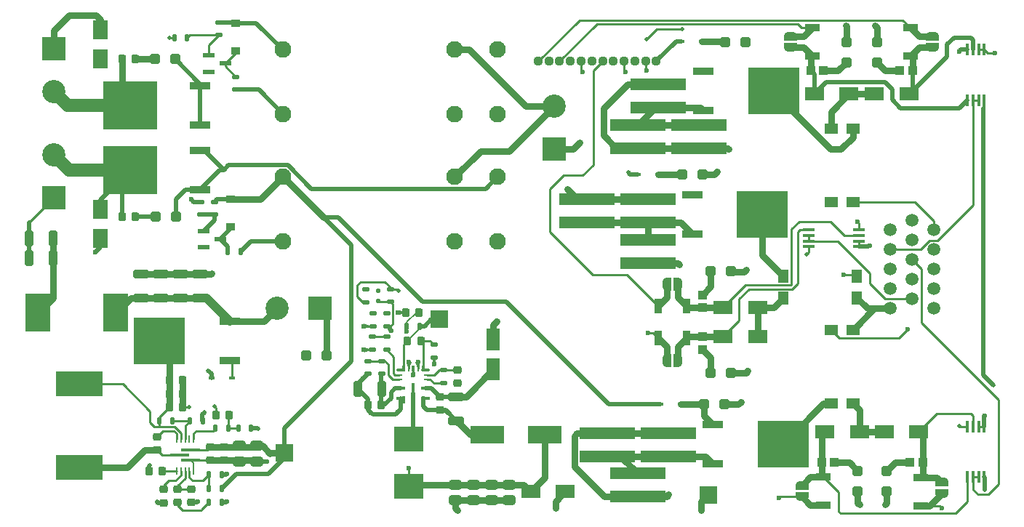
<source format=gbr>
%TF.GenerationSoftware,KiCad,Pcbnew,9.0.3*%
%TF.CreationDate,2025-08-13T20:37:09+01:00*%
%TF.ProjectId,Elytra,456c7974-7261-42e6-9b69-6361645f7063,rev?*%
%TF.SameCoordinates,Original*%
%TF.FileFunction,Copper,L1,Top*%
%TF.FilePolarity,Positive*%
%FSLAX46Y46*%
G04 Gerber Fmt 4.6, Leading zero omitted, Abs format (unit mm)*
G04 Created by KiCad (PCBNEW 9.0.3) date 2025-08-13 20:37:09*
%MOMM*%
%LPD*%
G01*
G04 APERTURE LIST*
G04 Aperture macros list*
%AMRoundRect*
0 Rectangle with rounded corners*
0 $1 Rounding radius*
0 $2 $3 $4 $5 $6 $7 $8 $9 X,Y pos of 4 corners*
0 Add a 4 corners polygon primitive as box body*
4,1,4,$2,$3,$4,$5,$6,$7,$8,$9,$2,$3,0*
0 Add four circle primitives for the rounded corners*
1,1,$1+$1,$2,$3*
1,1,$1+$1,$4,$5*
1,1,$1+$1,$6,$7*
1,1,$1+$1,$8,$9*
0 Add four rect primitives between the rounded corners*
20,1,$1+$1,$2,$3,$4,$5,0*
20,1,$1+$1,$4,$5,$6,$7,0*
20,1,$1+$1,$6,$7,$8,$9,0*
20,1,$1+$1,$8,$9,$2,$3,0*%
%AMFreePoly0*
4,1,23,0.500000,-0.750000,0.000000,-0.750000,0.000000,-0.745722,-0.065263,-0.745722,-0.191342,-0.711940,-0.304381,-0.646677,-0.396677,-0.554381,-0.461940,-0.441342,-0.495722,-0.315263,-0.495722,-0.250000,-0.500000,-0.250000,-0.500000,0.250000,-0.495722,0.250000,-0.495722,0.315263,-0.461940,0.441342,-0.396677,0.554381,-0.304381,0.646677,-0.191342,0.711940,-0.065263,0.745722,0.000000,0.745722,
0.000000,0.750000,0.500000,0.750000,0.500000,-0.750000,0.500000,-0.750000,$1*%
%AMFreePoly1*
4,1,23,0.000000,0.745722,0.065263,0.745722,0.191342,0.711940,0.304381,0.646677,0.396677,0.554381,0.461940,0.441342,0.495722,0.315263,0.495722,0.250000,0.500000,0.250000,0.500000,-0.250000,0.495722,-0.250000,0.495722,-0.315263,0.461940,-0.441342,0.396677,-0.554381,0.304381,-0.646677,0.191342,-0.711940,0.065263,-0.745722,0.000000,-0.745722,0.000000,-0.750000,-0.500000,-0.750000,
-0.500000,0.750000,0.000000,0.750000,0.000000,0.745722,0.000000,0.745722,$1*%
G04 Aperture macros list end*
%TA.AperFunction,SMDPad,CuDef*%
%ADD10R,6.520000X1.440000*%
%TD*%
%TA.AperFunction,SMDPad,CuDef*%
%ADD11R,5.918200X5.511800*%
%TD*%
%TA.AperFunction,SMDPad,CuDef*%
%ADD12R,2.489200X0.939800*%
%TD*%
%TA.AperFunction,SMDPad,CuDef*%
%ADD13R,6.299200X5.562600*%
%TD*%
%TA.AperFunction,SMDPad,CuDef*%
%ADD14R,0.450000X1.475000*%
%TD*%
%TA.AperFunction,SMDPad,CuDef*%
%ADD15R,1.475000X0.450000*%
%TD*%
%TA.AperFunction,SMDPad,CuDef*%
%ADD16R,1.422400X0.558800*%
%TD*%
%TA.AperFunction,SMDPad,CuDef*%
%ADD17RoundRect,0.125000X-0.281400X0.125000X-0.281400X-0.125000X0.281400X-0.125000X0.281400X0.125000X0*%
%TD*%
%TA.AperFunction,SMDPad,CuDef*%
%ADD18R,1.300000X1.500000*%
%TD*%
%TA.AperFunction,SMDPad,CuDef*%
%ADD19R,2.250000X1.600000*%
%TD*%
%TA.AperFunction,ComponentPad*%
%ADD20R,2.700000X2.700000*%
%TD*%
%TA.AperFunction,ComponentPad*%
%ADD21C,2.700000*%
%TD*%
%TA.AperFunction,SMDPad,CuDef*%
%ADD22RoundRect,0.125000X-0.125000X-0.281400X0.125000X-0.281400X0.125000X0.281400X-0.125000X0.281400X0*%
%TD*%
%TA.AperFunction,SMDPad,CuDef*%
%ADD23RoundRect,0.125000X0.281400X-0.125000X0.281400X0.125000X-0.281400X0.125000X-0.281400X-0.125000X0*%
%TD*%
%TA.AperFunction,SMDPad,CuDef*%
%ADD24RoundRect,0.250000X-0.475000X0.325000X-0.475000X-0.325000X0.475000X-0.325000X0.475000X0.325000X0*%
%TD*%
%TA.AperFunction,SMDPad,CuDef*%
%ADD25RoundRect,0.230000X-0.260000X0.230000X-0.260000X-0.230000X0.260000X-0.230000X0.260000X0.230000X0*%
%TD*%
%TA.AperFunction,SMDPad,CuDef*%
%ADD26RoundRect,0.230000X-0.230000X-0.260000X0.230000X-0.260000X0.230000X0.260000X-0.230000X0.260000X0*%
%TD*%
%TA.AperFunction,SMDPad,CuDef*%
%ADD27RoundRect,0.227500X-0.307500X0.227500X-0.307500X-0.227500X0.307500X-0.227500X0.307500X0.227500X0*%
%TD*%
%TA.AperFunction,SMDPad,CuDef*%
%ADD28RoundRect,0.250000X0.325000X0.325000X-0.325000X0.325000X-0.325000X-0.325000X0.325000X-0.325000X0*%
%TD*%
%TA.AperFunction,SMDPad,CuDef*%
%ADD29R,1.050000X1.000000*%
%TD*%
%TA.AperFunction,SMDPad,CuDef*%
%ADD30R,2.000000X2.000000*%
%TD*%
%TA.AperFunction,SMDPad,CuDef*%
%ADD31R,0.711200X0.406400*%
%TD*%
%TA.AperFunction,SMDPad,CuDef*%
%ADD32FreePoly0,270.000000*%
%TD*%
%TA.AperFunction,SMDPad,CuDef*%
%ADD33FreePoly1,270.000000*%
%TD*%
%TA.AperFunction,SMDPad,CuDef*%
%ADD34R,5.410200X2.895600*%
%TD*%
%TA.AperFunction,SMDPad,CuDef*%
%ADD35R,1.820000X0.820000*%
%TD*%
%TA.AperFunction,SMDPad,CuDef*%
%ADD36RoundRect,0.250000X-0.325000X-0.325000X0.325000X-0.325000X0.325000X0.325000X-0.325000X0.325000X0*%
%TD*%
%TA.AperFunction,SMDPad,CuDef*%
%ADD37RoundRect,0.250000X0.260000X0.660000X-0.260000X0.660000X-0.260000X-0.660000X0.260000X-0.660000X0*%
%TD*%
%TA.AperFunction,SMDPad,CuDef*%
%ADD38RoundRect,0.230000X0.230000X0.260000X-0.230000X0.260000X-0.230000X-0.260000X0.230000X-0.260000X0*%
%TD*%
%TA.AperFunction,SMDPad,CuDef*%
%ADD39FreePoly0,90.000000*%
%TD*%
%TA.AperFunction,SMDPad,CuDef*%
%ADD40FreePoly1,90.000000*%
%TD*%
%TA.AperFunction,SMDPad,CuDef*%
%ADD41RoundRect,0.250000X0.660000X-0.260000X0.660000X0.260000X-0.660000X0.260000X-0.660000X-0.260000X0*%
%TD*%
%TA.AperFunction,SMDPad,CuDef*%
%ADD42RoundRect,0.250000X0.325000X-0.325000X0.325000X0.325000X-0.325000X0.325000X-0.325000X-0.325000X0*%
%TD*%
%TA.AperFunction,SMDPad,CuDef*%
%ADD43R,0.820000X1.820000*%
%TD*%
%TA.AperFunction,ComponentPad*%
%ADD44C,1.950000*%
%TD*%
%TA.AperFunction,SMDPad,CuDef*%
%ADD45R,3.500000X2.950000*%
%TD*%
%TA.AperFunction,SMDPad,CuDef*%
%ADD46R,1.500000X1.300000*%
%TD*%
%TA.AperFunction,SMDPad,CuDef*%
%ADD47FreePoly0,180.000000*%
%TD*%
%TA.AperFunction,SMDPad,CuDef*%
%ADD48FreePoly1,180.000000*%
%TD*%
%TA.AperFunction,SMDPad,CuDef*%
%ADD49R,1.600000X2.500000*%
%TD*%
%TA.AperFunction,SMDPad,CuDef*%
%ADD50RoundRect,0.230000X0.260000X-0.230000X0.260000X0.230000X-0.260000X0.230000X-0.260000X-0.230000X0*%
%TD*%
%TA.AperFunction,SMDPad,CuDef*%
%ADD51R,1.000000X1.050000*%
%TD*%
%TA.AperFunction,SMDPad,CuDef*%
%ADD52R,2.311400X0.304800*%
%TD*%
%TA.AperFunction,SMDPad,CuDef*%
%ADD53R,0.254000X0.889000*%
%TD*%
%TA.AperFunction,SMDPad,CuDef*%
%ADD54R,3.900000X2.100000*%
%TD*%
%TA.AperFunction,SMDPad,CuDef*%
%ADD55RoundRect,0.250000X-0.325000X0.325000X-0.325000X-0.325000X0.325000X-0.325000X0.325000X0.325000X0*%
%TD*%
%TA.AperFunction,SMDPad,CuDef*%
%ADD56RoundRect,0.250000X-0.660000X0.260000X-0.660000X-0.260000X0.660000X-0.260000X0.660000X0.260000X0*%
%TD*%
%TA.AperFunction,SMDPad,CuDef*%
%ADD57R,2.950000X4.500000*%
%TD*%
%TA.AperFunction,SMDPad,CuDef*%
%ADD58R,1.651000X2.184400*%
%TD*%
%TA.AperFunction,SMDPad,CuDef*%
%ADD59RoundRect,0.050000X-0.150000X-0.300000X0.150000X-0.300000X0.150000X0.300000X-0.150000X0.300000X0*%
%TD*%
%TA.AperFunction,SMDPad,CuDef*%
%ADD60RoundRect,0.050000X0.450000X0.125000X-0.450000X0.125000X-0.450000X-0.125000X0.450000X-0.125000X0*%
%TD*%
%TA.AperFunction,SMDPad,CuDef*%
%ADD61RoundRect,0.062500X-0.062500X-0.287500X0.062500X-0.287500X0.062500X0.287500X-0.062500X0.287500X0*%
%TD*%
%TA.AperFunction,SMDPad,CuDef*%
%ADD62RoundRect,0.075000X-0.075000X-0.275000X0.075000X-0.275000X0.075000X0.275000X-0.075000X0.275000X0*%
%TD*%
%TA.AperFunction,SMDPad,CuDef*%
%ADD63RoundRect,0.050000X-0.075000X-0.300000X0.075000X-0.300000X0.075000X0.300000X-0.075000X0.300000X0*%
%TD*%
%TA.AperFunction,SMDPad,CuDef*%
%ADD64RoundRect,0.050000X-0.300000X0.075000X-0.300000X-0.075000X0.300000X-0.075000X0.300000X0.075000X0*%
%TD*%
%TA.AperFunction,SMDPad,CuDef*%
%ADD65RoundRect,0.050000X-0.450000X0.150000X-0.450000X-0.150000X0.450000X-0.150000X0.450000X0.150000X0*%
%TD*%
%TA.AperFunction,SMDPad,CuDef*%
%ADD66RoundRect,0.050000X-0.150000X-0.350000X0.150000X-0.350000X0.150000X0.350000X-0.150000X0.350000X0*%
%TD*%
%TA.AperFunction,SMDPad,CuDef*%
%ADD67RoundRect,0.050000X-0.150000X-1.150000X0.150000X-1.150000X0.150000X1.150000X-0.150000X1.150000X0*%
%TD*%
%TA.AperFunction,SMDPad,CuDef*%
%ADD68RoundRect,0.050000X0.450000X-0.150000X0.450000X0.150000X-0.450000X0.150000X-0.450000X-0.150000X0*%
%TD*%
%TA.AperFunction,SMDPad,CuDef*%
%ADD69RoundRect,0.062500X-0.287500X0.062500X-0.287500X-0.062500X0.287500X-0.062500X0.287500X0.062500X0*%
%TD*%
%TA.AperFunction,ComponentPad*%
%ADD70C,1.500000*%
%TD*%
%TA.AperFunction,SMDPad,CuDef*%
%ADD71RoundRect,0.127000X-0.127000X0.152400X-0.127000X-0.152400X0.127000X-0.152400X0.127000X0.152400X0*%
%TD*%
%TA.AperFunction,ComponentPad*%
%ADD72C,1.117600*%
%TD*%
%TA.AperFunction,SMDPad,CuDef*%
%ADD73RoundRect,0.125000X0.125000X0.281400X-0.125000X0.281400X-0.125000X-0.281400X0.125000X-0.281400X0*%
%TD*%
%TA.AperFunction,ViaPad*%
%ADD74C,0.500000*%
%TD*%
%TA.AperFunction,ViaPad*%
%ADD75C,0.600000*%
%TD*%
%TA.AperFunction,ViaPad*%
%ADD76C,0.700000*%
%TD*%
%TA.AperFunction,Conductor*%
%ADD77C,0.250000*%
%TD*%
%TA.AperFunction,Conductor*%
%ADD78C,0.750000*%
%TD*%
%TA.AperFunction,Conductor*%
%ADD79C,0.500000*%
%TD*%
%TA.AperFunction,Conductor*%
%ADD80C,1.000000*%
%TD*%
%TA.AperFunction,Conductor*%
%ADD81C,0.185000*%
%TD*%
%TA.AperFunction,Conductor*%
%ADD82C,1.500000*%
%TD*%
G04 APERTURE END LIST*
D10*
%TO.P,R26,2*%
%TO.N,GND*%
X159705750Y-101610000D03*
%TO.P,R26,1*%
%TO.N,Net-(U8-E)*%
X159705750Y-104290000D03*
%TD*%
D11*
%TO.P,U10,3,E*%
%TO.N,Net-(U10-E)*%
X109928950Y-118123528D03*
D12*
%TO.P,U10,2,C*%
%TO.N,VDC*%
X118107750Y-115837528D03*
%TO.P,U10,1,B*%
%TO.N,Net-(U10-B)*%
X118107750Y-120409528D03*
%TD*%
%TO.P,U11,1*%
%TO.N,Net-(K1-NO_2)*%
X114653400Y-92985999D03*
%TO.P,U11,2*%
X114653400Y-88413999D03*
D13*
%TO.P,U11,3,K*%
%TO.N,VBAT2*%
X106500000Y-90699999D03*
%TD*%
D12*
%TO.P,U3,1*%
%TO.N,Net-(K2-NO_2)*%
X114653400Y-100485999D03*
%TO.P,U3,2*%
X114653400Y-95913999D03*
D13*
%TO.P,U3,3,K*%
%TO.N,VBAT1*%
X106500000Y-98199999D03*
%TD*%
D14*
%TO.P,IC3,1,OUT1*%
%TO.N,/V4_OUT*%
X205940000Y-84174000D03*
%TO.P,IC3,2,IN1-*%
X205290000Y-84174000D03*
%TO.P,IC3,3,IN1+*%
%TO.N,/V4_IN*%
X204640000Y-84174000D03*
%TO.P,IC3,4,V-*%
%TO.N,GND*%
X203990000Y-84174000D03*
%TO.P,IC3,5,IN2+*%
%TO.N,/V1_IN*%
X203990000Y-90050000D03*
%TO.P,IC3,6,IN2-*%
%TO.N,/V1_OUT*%
X204640000Y-90050000D03*
%TO.P,IC3,7,OUT2*%
X205290000Y-90050000D03*
%TO.P,IC3,8,V+*%
%TO.N,+14V*%
X205940000Y-90050000D03*
%TD*%
D15*
%TO.P,IC2,1,OUT1*%
%TO.N,/V2_OUT*%
X191338000Y-107125000D03*
%TO.P,IC2,2,IN1-*%
X191338000Y-106475000D03*
%TO.P,IC2,3,IN1+*%
%TO.N,/V2_IN*%
X191338000Y-105825000D03*
%TO.P,IC2,4,V-*%
%TO.N,GND*%
X191338000Y-105175000D03*
%TO.P,IC2,5,IN2+*%
%TO.N,/V3_IN*%
X185462000Y-105175000D03*
%TO.P,IC2,6,IN2-*%
%TO.N,/V3_OUT*%
X185462000Y-105825000D03*
%TO.P,IC2,7,OUT2*%
X185462000Y-106475000D03*
%TO.P,IC2,8,V+*%
%TO.N,+14V*%
X185462000Y-107125000D03*
%TD*%
D14*
%TO.P,IC1,1,OUT1*%
%TO.N,/V0_OUT*%
X205940000Y-128075000D03*
%TO.P,IC1,2,IN1-*%
X205290000Y-128075000D03*
%TO.P,IC1,3,IN1+*%
%TO.N,/V0_IN*%
X204640000Y-128075000D03*
%TO.P,IC1,4,V-*%
%TO.N,GND*%
X203990000Y-128075000D03*
%TO.P,IC1,5,IN2+*%
%TO.N,/V5_IN*%
X203990000Y-133951000D03*
%TO.P,IC1,6,IN2-*%
%TO.N,/V5_OUT*%
X204640000Y-133951000D03*
%TO.P,IC1,7,OUT2*%
X205290000Y-133951000D03*
%TO.P,IC1,8,V+*%
%TO.N,+14V*%
X205940000Y-133951000D03*
%TD*%
D16*
%TO.P,U4,1,B*%
%TO.N,Net-(U4-B)*%
X115034799Y-105297499D03*
%TO.P,U4,2,E*%
%TO.N,GND*%
X115034799Y-107202499D03*
%TO.P,U4,3,C*%
%TO.N,Net-(U4-C)*%
X116965199Y-106249999D03*
%TD*%
D17*
%TO.P,R_ENT1,1*%
%TO.N,Net-(U1-EN{slash}SYNC)*%
X135769739Y-120443994D03*
%TO.P,R_ENT1,2*%
%TO.N,VDC*%
X135769739Y-121943994D03*
%TD*%
D18*
%TO.P,K4,1*%
%TO.N,+3.3V*%
X191125000Y-113100000D03*
%TO.P,K4,2*%
%TO.N,/FIRE_OUT2*%
X191125000Y-110560000D03*
%TO.P,K4,3*%
%TO.N,Net-(U8-C)*%
X182575000Y-110560000D03*
%TO.P,K4,4*%
%TO.N,Net-(D6-K)*%
X182575000Y-113100000D03*
%TD*%
D19*
%TO.P,D3,1,K*%
%TO.N,+5V*%
X157148560Y-135649999D03*
%TO.P,D3,2,A*%
%TO.N,Net-(D3-A)*%
X153148560Y-135649999D03*
%TD*%
D20*
%TO.P,J2,1,1*%
%TO.N,GND*%
X97624999Y-101470000D03*
D21*
%TO.P,J2,2,2*%
%TO.N,VBAT1*%
X97624999Y-96470000D03*
%TD*%
D22*
%TO.P,R23,1*%
%TO.N,Net-(U6-FB)*%
X115650004Y-133726470D03*
%TO.P,R23,2*%
%TO.N,GND*%
X117150004Y-133726470D03*
%TD*%
%TO.P,R17,1*%
%TO.N,Net-(U10-E)*%
X109900004Y-127426471D03*
%TO.P,R17,2*%
%TO.N,Net-(U6-EN)*%
X111400004Y-127426471D03*
%TD*%
D23*
%TO.P,R1,1*%
%TO.N,Net-(U2-B)*%
X116799999Y-82499999D03*
%TO.P,R1,2*%
%TO.N,+14V*%
X116799999Y-80999999D03*
%TD*%
D22*
%TO.P,R_PG1,1*%
%TO.N,/DC.DC3 VCC*%
X138719740Y-116393995D03*
%TO.P,R_PG1,2*%
%TO.N,/DC.DC3 PGOOD*%
X140219740Y-116393995D03*
%TD*%
D24*
%TO.P,C_OUT1,1*%
%TO.N,Net-(D3-A)*%
X150650000Y-134850000D03*
%TO.P,C_OUT1,2*%
%TO.N,GND*%
X150650000Y-136650000D03*
%TD*%
D25*
%TO.P,C18,1*%
%TO.N,Net-(U6-COMP)*%
X113623199Y-135385124D03*
%TO.P,C18,2*%
%TO.N,GND*%
X113623199Y-136935124D03*
%TD*%
D26*
%TO.P,C11,1*%
%TO.N,Net-(U10-E)*%
X111075000Y-125826471D03*
%TO.P,C11,2*%
%TO.N,GND*%
X112625000Y-125826471D03*
%TD*%
D27*
%TO.P,D2,A*%
%TO.N,Net-(U4-C)*%
X118199999Y-104854999D03*
%TO.P,D2,C*%
%TO.N,+14V*%
X118199999Y-101644999D03*
%TD*%
D22*
%TO.P,R19,1*%
%TO.N,Net-(U6-ILIM)*%
X116404500Y-128313134D03*
%TO.P,R19,2*%
%TO.N,Net-(C15-Pad1)*%
X117904500Y-128313134D03*
%TD*%
D28*
%TO.P,R8,1*%
%TO.N,Net-(K2-NO_2)*%
X111799998Y-103599999D03*
%TO.P,R8,2*%
%TO.N,Net-(C8-Pad2)*%
X109449998Y-103599999D03*
%TD*%
D26*
%TO.P,C10,1*%
%TO.N,Net-(U10-E)*%
X111085714Y-124261037D03*
%TO.P,C10,2*%
%TO.N,GND*%
X112635714Y-124261037D03*
%TD*%
D23*
%TO.P,R_FBB1,1*%
%TO.N,GND*%
X134769740Y-116393995D03*
%TO.P,R_FBB1,2*%
%TO.N,Net-(R_FBB1-Pad2)*%
X134769740Y-114893995D03*
%TD*%
D29*
%TO.P,CR4,1*%
%TO.N,Net-(CR4-Pad1)*%
X197276530Y-132277360D03*
%TO.P,CR4,2*%
%TO.N,/V0_IN*%
X198776530Y-132277360D03*
%TD*%
D20*
%TO.P,J3,1,1*%
%TO.N,GND*%
X97600000Y-84100000D03*
D21*
%TO.P,J3,2,2*%
%TO.N,VBAT2*%
X97600000Y-89100000D03*
%TD*%
D25*
%TO.P,C19,1*%
%TO.N,+14V*%
X117427358Y-130468589D03*
%TO.P,C19,2*%
%TO.N,GND*%
X117427358Y-132018589D03*
%TD*%
D10*
%TO.P,R25,1*%
%TO.N,Net-(U8-E)*%
X166805750Y-104290000D03*
%TO.P,R25,2*%
%TO.N,GND*%
X166805750Y-101610000D03*
%TD*%
D23*
%TO.P,R5,1*%
%TO.N,Net-(U4-B)*%
X116299998Y-103399999D03*
%TO.P,R5,2*%
%TO.N,+14V*%
X116299998Y-101899999D03*
%TD*%
D22*
%TO.P,R2,1*%
%TO.N,GND*%
X111649999Y-82799999D03*
%TO.P,R2,2*%
%TO.N,Net-(U2-B)*%
X113149999Y-82799999D03*
%TD*%
D19*
%TO.P,D8,1,K*%
%TO.N,Net-(D8-K)*%
X190140000Y-89360000D03*
%TO.P,D8,2,A*%
%TO.N,/V1_IN*%
X186140000Y-89360000D03*
%TD*%
D30*
%TO.P,TP2,1,1*%
%TO.N,+14V*%
X124450001Y-131176471D03*
%TD*%
D23*
%TO.P,R_FF1,1*%
%TO.N,Net-(D3-A)*%
X133969740Y-113615495D03*
%TO.P,R_FF1,2*%
%TO.N,Net-(C_FF1-Pad1)*%
X133969740Y-112115495D03*
%TD*%
D12*
%TO.P,U7,1,B*%
%TO.N,/VB1*%
X174321199Y-127814000D03*
%TO.P,U7,2,E*%
%TO.N,Net-(U7-E)*%
X174321199Y-132386000D03*
D11*
%TO.P,U7,3,C*%
%TO.N,Net-(U7-C)*%
X182499999Y-130100000D03*
%TD*%
D24*
%TO.P,C20,1*%
%TO.N,+14V*%
X121227022Y-130334831D03*
%TO.P,C20,2*%
%TO.N,GND*%
X121227022Y-132134831D03*
%TD*%
D25*
%TO.P,C13,1*%
%TO.N,Net-(U6-SS)*%
X110396201Y-135402943D03*
%TO.P,C13,2*%
%TO.N,GND*%
X110396201Y-136952943D03*
%TD*%
D10*
%TO.P,R31,1*%
%TO.N,Net-(U9-E)*%
X168000000Y-90900000D03*
%TO.P,R31,2*%
%TO.N,GND*%
X168000000Y-88220000D03*
%TD*%
D30*
%TO.P,TP3,1,1*%
%TO.N,+5V*%
X173800000Y-136050000D03*
%TD*%
D31*
%TO.P,CR11,1*%
%TO.N,+14V*%
X165606200Y-98700000D03*
%TO.P,CR11,2*%
%TO.N,/VB2*%
X167993800Y-98700000D03*
%TD*%
D32*
%TO.P,JP2,1,A*%
%TO.N,/V5_IN*%
X184699999Y-134950001D03*
D33*
%TO.P,JP2,2,B*%
%TO.N,/PYRO2_OUT*%
X184699999Y-136250001D03*
%TD*%
D17*
%TO.P,R_RT1,1*%
%TO.N,Net-(R_RT1-Pad1)*%
X136369741Y-117643995D03*
%TO.P,R_RT1,2*%
%TO.N,Net-(U1-RT)*%
X136369741Y-119143995D03*
%TD*%
D34*
%TO.P,L2,1,1*%
%TO.N,Net-(U10-E)*%
X100600000Y-123148600D03*
%TO.P,L2,2,2*%
%TO.N,Net-(U6-SW)*%
X100600000Y-132851400D03*
%TD*%
D35*
%TO.P,F6,1,1*%
%TO.N,/V4_IN*%
X197365000Y-84950000D03*
%TO.P,F6,2,2*%
%TO.N,/PYRO6_OUT*%
X197365000Y-81650000D03*
%TD*%
D19*
%TO.P,D6,1,K*%
%TO.N,Net-(D6-K)*%
X179550000Y-114224999D03*
%TO.P,D6,2,A*%
%TO.N,/V2_IN*%
X175550000Y-114224999D03*
%TD*%
D36*
%TO.P,R9,1*%
%TO.N,/VB1*%
X173300000Y-125500000D03*
%TO.P,R9,2*%
%TO.N,GND*%
X175650000Y-125500000D03*
%TD*%
D16*
%TO.P,U2,1,B*%
%TO.N,Net-(U2-B)*%
X115634799Y-84847499D03*
%TO.P,U2,2,E*%
%TO.N,GND*%
X115634799Y-86752499D03*
%TO.P,U2,3,C*%
%TO.N,Net-(U2-C)*%
X117565199Y-85799999D03*
%TD*%
D37*
%TO.P,C1,1*%
%TO.N,VBAT1*%
X97500001Y-108469998D03*
%TO.P,C1,2*%
%TO.N,GND*%
X94700001Y-108469998D03*
%TD*%
D38*
%TO.P,C_BIAS1,1*%
%TO.N,Net-(U1-BIAS)*%
X140344740Y-118093995D03*
%TO.P,C_BIAS1,2*%
%TO.N,/DC.DC3 PGOOD*%
X138794740Y-118093995D03*
%TD*%
D25*
%TO.P,C_IN_HFI2,1*%
%TO.N,VDC*%
X142569740Y-124618995D03*
%TO.P,C_IN_HFI2,2*%
%TO.N,GND*%
X142569740Y-126168995D03*
%TD*%
D24*
%TO.P,C_OUT3,1*%
%TO.N,Net-(D3-A)*%
X146450003Y-134850000D03*
%TO.P,C_OUT3,2*%
%TO.N,GND*%
X146450003Y-136650000D03*
%TD*%
D39*
%TO.P,JP5,1,A*%
%TO.N,/V1_IN*%
X183415000Y-83950000D03*
D40*
%TO.P,JP5,2,B*%
%TO.N,/PYRO5_OUT*%
X183415000Y-82650000D03*
%TD*%
D41*
%TO.P,C3,1*%
%TO.N,VDC*%
X114650002Y-113100000D03*
%TO.P,C3,2*%
%TO.N,GND*%
X114650002Y-110300000D03*
%TD*%
D27*
%TO.P,D1,A*%
%TO.N,Net-(U2-C)*%
X118799999Y-84304999D03*
%TO.P,D1,C*%
%TO.N,+14V*%
X118799999Y-81094999D03*
%TD*%
D36*
%TO.P,R34,1*%
%TO.N,/VB3*%
X175800000Y-83300000D03*
%TO.P,R34,2*%
%TO.N,GND*%
X178150000Y-83300000D03*
%TD*%
D10*
%TO.P,R24,1*%
%TO.N,Net-(U8-E)*%
X166800000Y-106360000D03*
%TO.P,R24,2*%
%TO.N,GND*%
X166800000Y-109040000D03*
%TD*%
D42*
%TO.P,R32,1*%
%TO.N,Net-(CR10-Pad1)*%
X193425000Y-85675000D03*
%TO.P,R32,2*%
%TO.N,GND*%
X193425000Y-83325000D03*
%TD*%
D37*
%TO.P,C_IN1,1*%
%TO.N,VDC*%
X135769739Y-123693995D03*
%TO.P,C_IN1,2*%
%TO.N,GND*%
X132969739Y-123693995D03*
%TD*%
D43*
%TO.P,F3,1,1*%
%TO.N,/V2_IN*%
X171300002Y-114050000D03*
%TO.P,F3,2,2*%
%TO.N,/PYRO3_OUT*%
X168000002Y-114050000D03*
%TD*%
D10*
%TO.P,R12,1*%
%TO.N,Net-(U7-E)*%
X162050000Y-131550000D03*
%TO.P,R12,2*%
%TO.N,GND*%
X162050000Y-128870000D03*
%TD*%
D23*
%TO.P,R_RT2,1*%
%TO.N,GND*%
X134669739Y-119143996D03*
%TO.P,R_RT2,2*%
%TO.N,Net-(R_RT1-Pad1)*%
X134669739Y-117643996D03*
%TD*%
D38*
%TO.P,C_IN_HFI1,1*%
%TO.N,VDC*%
X135744740Y-125593996D03*
%TO.P,C_IN_HFI1,2*%
%TO.N,GND*%
X134194740Y-125593996D03*
%TD*%
D10*
%TO.P,R14,1*%
%TO.N,Net-(U7-E)*%
X169150000Y-131550000D03*
%TO.P,R14,2*%
%TO.N,GND*%
X169150000Y-128870000D03*
%TD*%
D44*
%TO.P,K1,1,COIL_1*%
%TO.N,Net-(K1-COIL_1)*%
X124299998Y-91699999D03*
%TO.P,K1,3,COM_1*%
%TO.N,unconnected-(K1-COM_1-Pad3)*%
X144299998Y-91699999D03*
%TO.P,K1,4,NO_1*%
%TO.N,unconnected-(K1-NO_1-Pad4)*%
X149299998Y-91699999D03*
%TO.P,K1,5,NO_2*%
%TO.N,Net-(K1-NO_2)*%
X149299998Y-84199999D03*
%TO.P,K1,6,COM_2*%
%TO.N,VFill*%
X144299998Y-84199999D03*
%TO.P,K1,8,COIL_2*%
%TO.N,+14V*%
X124299998Y-84199999D03*
%TD*%
D32*
%TO.P,JP1,1,A*%
%TO.N,/V0_IN*%
X200990001Y-134574998D03*
D33*
%TO.P,JP1,2,B*%
%TO.N,/PYRO1_OUT*%
X200990001Y-135874998D03*
%TD*%
D45*
%TO.P,L_SW1,1,1*%
%TO.N,Net-(U1-SW)*%
X138969740Y-129568996D03*
%TO.P,L_SW1,2,2*%
%TO.N,Net-(D3-A)*%
X138969740Y-135018996D03*
%TD*%
D19*
%TO.P,D7,1,K*%
%TO.N,Net-(D6-K)*%
X179550000Y-117600000D03*
%TO.P,D7,2,A*%
%TO.N,/V3_IN*%
X175550000Y-117600000D03*
%TD*%
D17*
%TO.P,R_FBB2,1*%
%TO.N,Net-(R_FBB1-Pad2)*%
X136369739Y-114893995D03*
%TO.P,R_FBB2,2*%
%TO.N,Net-(U1-FB)*%
X136369739Y-116393995D03*
%TD*%
D29*
%TO.P,CR9,1*%
%TO.N,Net-(CR9-Pad1)*%
X187215000Y-86650000D03*
%TO.P,CR9,2*%
%TO.N,/V1_IN*%
X185715000Y-86650000D03*
%TD*%
D46*
%TO.P,K5,1*%
%TO.N,+3.3V*%
X188090000Y-101925000D03*
%TO.P,K5,2*%
%TO.N,/FIRE_OUT3*%
X190630000Y-101925000D03*
%TO.P,K5,3*%
%TO.N,Net-(U9-C)*%
X190630000Y-93375000D03*
%TO.P,K5,4*%
%TO.N,Net-(D8-K)*%
X188090000Y-93375000D03*
%TD*%
D36*
%TO.P,R27,1*%
%TO.N,Net-(CR8-Pad1)*%
X174075002Y-121800000D03*
%TO.P,R27,2*%
%TO.N,GND*%
X176425002Y-121800000D03*
%TD*%
D12*
%TO.P,U9,1,B*%
%TO.N,/VB3*%
X173236500Y-86714000D03*
%TO.P,U9,2,E*%
%TO.N,Net-(U9-E)*%
X173236500Y-91286000D03*
D11*
%TO.P,U9,3,C*%
%TO.N,Net-(U9-C)*%
X181415300Y-89000000D03*
%TD*%
D47*
%TO.P,JP4,1,A*%
%TO.N,/V3_IN*%
X170300002Y-120399998D03*
D48*
%TO.P,JP4,2,B*%
%TO.N,/PYRO4_OUT*%
X169000002Y-120399998D03*
%TD*%
D17*
%TO.P,R_BIAS1,1*%
%TO.N,Net-(U1-BIAS)*%
X141869739Y-118543997D03*
%TO.P,R_BIAS1,2*%
%TO.N,Net-(D3-A)*%
X141869739Y-120043997D03*
%TD*%
D10*
%TO.P,R13,1*%
%TO.N,Net-(U7-E)*%
X165600000Y-133560000D03*
%TO.P,R13,2*%
%TO.N,GND*%
X165600000Y-136240000D03*
%TD*%
D29*
%TO.P,CR6,1*%
%TO.N,Net-(CR6-Pad1)*%
X188499999Y-132250003D03*
%TO.P,CR6,2*%
%TO.N,/V5_IN*%
X186999999Y-132250003D03*
%TD*%
D49*
%TO.P,C_IN-BLK1,1*%
%TO.N,VDC*%
X148763489Y-121437744D03*
%TO.P,C_IN-BLK1,2*%
%TO.N,GND*%
X148763489Y-117937744D03*
%TD*%
D22*
%TO.P,R20,1*%
%TO.N,Net-(C15-Pad1)*%
X119089289Y-128306898D03*
%TO.P,R20,2*%
%TO.N,GND*%
X120589289Y-128306898D03*
%TD*%
D50*
%TO.P,C14,1*%
%TO.N,Net-(U6-SW)*%
X109650004Y-130826467D03*
%TO.P,C14,2*%
%TO.N,Net-(U6-BST)*%
X109650004Y-129276467D03*
%TD*%
D24*
%TO.P,C_OUT2,1*%
%TO.N,Net-(D3-A)*%
X148550002Y-134850000D03*
%TO.P,C_OUT2,2*%
%TO.N,GND*%
X148550002Y-136650000D03*
%TD*%
D51*
%TO.P,CR8,1*%
%TO.N,Net-(CR8-Pad1)*%
X173100002Y-119100000D03*
%TO.P,CR8,2*%
%TO.N,/V3_IN*%
X173100002Y-117600000D03*
%TD*%
D52*
%TO.P,U6,1,SW*%
%TO.N,Net-(U6-SW)*%
X112250002Y-131426471D03*
D53*
%TO.P,U6,2,VDD*%
%TO.N,Net-(U6-MODE)*%
X111900000Y-133276470D03*
%TO.P,U6,3,SS*%
%TO.N,Net-(U6-SS)*%
X112400002Y-133276470D03*
%TO.P,U6,4,COMP*%
%TO.N,Net-(U6-COMP)*%
X112900001Y-133276470D03*
%TO.P,U6,5,FB*%
%TO.N,Net-(U6-FB)*%
X113400000Y-133276470D03*
%TO.P,U6,6,AGND*%
%TO.N,GND*%
X113900002Y-133276470D03*
D52*
%TO.P,U6,7,PGND*%
X113550000Y-132026470D03*
%TO.P,U6,8,VOUT*%
%TO.N,+14V*%
X113550000Y-130826472D03*
D53*
%TO.P,U6,9,ILIM*%
%TO.N,Net-(U6-ILIM)*%
X113900002Y-129576472D03*
%TO.P,U6,10,MODE*%
%TO.N,Net-(U6-MODE)*%
X113400000Y-129576472D03*
%TO.P,U6,11,EN*%
%TO.N,Net-(U6-EN)*%
X112900001Y-129576472D03*
%TO.P,U6,12,VIN*%
%TO.N,Net-(U10-E)*%
X112400002Y-129576472D03*
%TO.P,U6,13,BST*%
%TO.N,Net-(U6-BST)*%
X111900000Y-129576472D03*
%TD*%
D38*
%TO.P,C12,1*%
%TO.N,Net-(U6-MODE)*%
X110250006Y-133276470D03*
%TO.P,C12,2*%
%TO.N,GND*%
X108700006Y-133276470D03*
%TD*%
%TO.P,C_VCC1,1*%
%TO.N,/DC.DC3 VCC*%
X140144739Y-114793995D03*
%TO.P,C_VCC1,2*%
%TO.N,GND*%
X138594739Y-114793995D03*
%TD*%
D41*
%TO.P,C4,1*%
%TO.N,VDC*%
X107750000Y-113100000D03*
%TO.P,C4,2*%
%TO.N,GND*%
X107750000Y-110300000D03*
%TD*%
D51*
%TO.P,CR7,1*%
%TO.N,Net-(CR7-Pad1)*%
X173100002Y-112750000D03*
%TO.P,CR7,2*%
%TO.N,/V2_IN*%
X173100002Y-114250000D03*
%TD*%
D46*
%TO.P,K3,1*%
%TO.N,+3.3V*%
X190630000Y-116850000D03*
%TO.P,K3,2*%
%TO.N,/FIRE_OUT1*%
X188090000Y-116850000D03*
%TO.P,K3,3*%
%TO.N,Net-(U7-C)*%
X188090000Y-125400000D03*
%TO.P,K3,4*%
%TO.N,Net-(D4-K)*%
X190630000Y-125400000D03*
%TD*%
D10*
%TO.P,R29,1*%
%TO.N,Net-(U9-E)*%
X172700000Y-92960000D03*
%TO.P,R29,2*%
%TO.N,GND*%
X172700000Y-95640000D03*
%TD*%
D22*
%TO.P,R7,1*%
%TO.N,Net-(U4-C)*%
X117849999Y-107699999D03*
%TO.P,R7,2*%
%TO.N,Net-(K2-COIL_1)*%
X119349999Y-107699999D03*
%TD*%
D54*
%TO.P,C_OUT5,1*%
%TO.N,Net-(D3-A)*%
X154763489Y-129037744D03*
%TO.P,C_OUT5,2*%
%TO.N,GND*%
X148063489Y-129037744D03*
%TD*%
D55*
%TO.P,R15,1*%
%TO.N,Net-(CR6-Pad1)*%
X191200000Y-133249999D03*
%TO.P,R15,2*%
%TO.N,GND*%
X191200000Y-135599999D03*
%TD*%
D24*
%TO.P,C_OUT4,1*%
%TO.N,Net-(D3-A)*%
X144348560Y-134850000D03*
%TO.P,C_OUT4,2*%
%TO.N,GND*%
X144348560Y-136650000D03*
%TD*%
D35*
%TO.P,F1,1,1*%
%TO.N,/V0_IN*%
X198549999Y-134000002D03*
%TO.P,F1,2,2*%
%TO.N,/PYRO1_OUT*%
X198549999Y-137300002D03*
%TD*%
D28*
%TO.P,R4,1*%
%TO.N,Net-(K1-NO_2)*%
X111749998Y-85299999D03*
%TO.P,R4,2*%
%TO.N,Net-(C7-Pad2)*%
X109399998Y-85299999D03*
%TD*%
D30*
%TO.P,TP1,1,1*%
%TO.N,/DC.DC3 PGOOD*%
X142448559Y-115599999D03*
%TD*%
D56*
%TO.P,C_IN2,1*%
%TO.N,VDC*%
X144469739Y-124593996D03*
%TO.P,C_IN2,2*%
%TO.N,GND*%
X144469739Y-127393996D03*
%TD*%
D12*
%TO.P,U8,1,B*%
%TO.N,/VB2*%
X171942250Y-101064000D03*
%TO.P,U8,2,E*%
%TO.N,Net-(U8-E)*%
X171942250Y-105636000D03*
D11*
%TO.P,U8,3,C*%
%TO.N,Net-(U8-C)*%
X180121050Y-103350000D03*
%TD*%
D42*
%TO.P,R28,1*%
%TO.N,Net-(CR9-Pad1)*%
X189870000Y-85675000D03*
%TO.P,R28,2*%
%TO.N,GND*%
X189870000Y-83325000D03*
%TD*%
D23*
%TO.P,R_ENB1,1*%
%TO.N,GND*%
X134169738Y-121943995D03*
%TO.P,R_ENB1,2*%
%TO.N,Net-(U1-EN{slash}SYNC)*%
X134169738Y-120443995D03*
%TD*%
D19*
%TO.P,D5,1,K*%
%TO.N,Net-(D4-K)*%
X191389999Y-128724999D03*
%TO.P,D5,2,A*%
%TO.N,/V5_IN*%
X187389999Y-128724999D03*
%TD*%
D36*
%TO.P,R18,1*%
%TO.N,Net-(CR7-Pad1)*%
X174070000Y-110020000D03*
%TO.P,R18,2*%
%TO.N,GND*%
X176420000Y-110020000D03*
%TD*%
D57*
%TO.P,L1,1,1*%
%TO.N,VBAT1*%
X95775000Y-114850000D03*
%TO.P,L1,2,2*%
%TO.N,VDC*%
X104825000Y-114850000D03*
%TD*%
D17*
%TO.P,R_BT1,1*%
%TO.N,Net-(U1-CBOOT)*%
X142969740Y-121518995D03*
%TO.P,R_BT1,2*%
%TO.N,Net-(U1-RBOOT)*%
X142969740Y-123018995D03*
%TD*%
D35*
%TO.P,F2,1,1*%
%TO.N,/V5_IN*%
X187199999Y-133950001D03*
%TO.P,F2,2,2*%
%TO.N,/PYRO2_OUT*%
X187199999Y-137250001D03*
%TD*%
D58*
%TO.P,CR2,1*%
%TO.N,VBAT1*%
X103000000Y-102798200D03*
%TO.P,CR2,2*%
%TO.N,GND*%
X103000000Y-106201800D03*
%TD*%
D59*
%TO.P,U1,1,BIAS*%
%TO.N,Net-(U1-BIAS)*%
X140619739Y-121343996D03*
D60*
X140919739Y-121518995D03*
D61*
%TO.P,U1,2,VCC*%
%TO.N,/DC.DC3 VCC*%
X139994739Y-121343996D03*
D62*
%TO.P,U1,3,AGND*%
%TO.N,GND*%
X139469739Y-121343996D03*
D63*
%TO.P,U1,4,FB*%
%TO.N,Net-(U1-FB)*%
X138944739Y-121343996D03*
D59*
%TO.P,U1,5,PGOOD*%
%TO.N,/DC.DC3 PGOOD*%
X138319739Y-121343996D03*
D60*
X138019739Y-121518995D03*
D64*
%TO.P,U1,6,RT*%
%TO.N,Net-(U1-RT)*%
X137869740Y-122068996D03*
%TO.P,U1,7,EN/SYNC*%
%TO.N,Net-(U1-EN{slash}SYNC)*%
X137869740Y-122568995D03*
D65*
%TO.P,U1,8,VIN1*%
%TO.N,VDC*%
X138019739Y-123643994D03*
%TO.P,U1,9,PGND1*%
%TO.N,GND*%
X138019739Y-124783995D03*
D66*
X138319739Y-124983994D03*
D67*
%TO.P,U1,10,SW*%
%TO.N,Net-(U1-SW)*%
X139469739Y-124193996D03*
D68*
%TO.P,U1,11,PGND2*%
%TO.N,GND*%
X140919739Y-124793995D03*
D66*
X140619739Y-124993994D03*
D65*
%TO.P,U1,12,VIN2*%
%TO.N,VDC*%
X140919739Y-123643994D03*
D69*
%TO.P,U1,13,RBOOT*%
%TO.N,Net-(U1-RBOOT)*%
X141069738Y-122568995D03*
%TO.P,U1,14,CBOOT*%
%TO.N,Net-(U1-CBOOT)*%
X141069738Y-122068996D03*
%TD*%
D43*
%TO.P,F4,1,1*%
%TO.N,/V3_IN*%
X171300002Y-117800000D03*
%TO.P,F4,2,2*%
%TO.N,/PYRO4_OUT*%
X168000002Y-117800000D03*
%TD*%
D22*
%TO.P,R21,1*%
%TO.N,Net-(C17-Pad2)*%
X115650005Y-136926469D03*
%TO.P,R21,2*%
%TO.N,GND*%
X117150005Y-136926469D03*
%TD*%
D28*
%TO.P,R11,1*%
%TO.N,/KEY_OUT*%
X129349999Y-119800000D03*
%TO.P,R11,2*%
%TO.N,Net-(U10-B)*%
X126999999Y-119800000D03*
%TD*%
D20*
%TO.P,J4,1,1*%
%TO.N,GND*%
X155825000Y-95800000D03*
D21*
%TO.P,J4,2,2*%
%TO.N,VFill*%
X155825000Y-90800000D03*
%TD*%
D26*
%TO.P,C9,1*%
%TO.N,Net-(U10-E)*%
X111085716Y-122661036D03*
%TO.P,C9,2*%
%TO.N,GND*%
X112635716Y-122661036D03*
%TD*%
D44*
%TO.P,K2,1,COIL_1*%
%TO.N,Net-(K2-COIL_1)*%
X124300000Y-106500000D03*
%TO.P,K2,3,COM_1*%
%TO.N,unconnected-(K2-COM_1-Pad3)*%
X144300000Y-106500000D03*
%TO.P,K2,4,NO_1*%
%TO.N,unconnected-(K2-NO_1-Pad4)*%
X149300000Y-106500000D03*
%TO.P,K2,5,NO_2*%
%TO.N,Net-(K2-NO_2)*%
X149300000Y-99000000D03*
%TO.P,K2,6,COM_2*%
%TO.N,VFill*%
X144300000Y-99000000D03*
%TO.P,K2,8,COIL_2*%
%TO.N,+14V*%
X124300000Y-99000000D03*
%TD*%
D10*
%TO.P,R30,1*%
%TO.N,Net-(U9-E)*%
X165600000Y-92970000D03*
%TO.P,R30,2*%
%TO.N,GND*%
X165600000Y-95650000D03*
%TD*%
D19*
%TO.P,D9,1,K*%
%TO.N,Net-(D8-K)*%
X193150000Y-89350000D03*
%TO.P,D9,2,A*%
%TO.N,/V4_IN*%
X197150000Y-89350000D03*
%TD*%
D36*
%TO.P,R33,1*%
%TO.N,/VB2*%
X170800000Y-98700000D03*
%TO.P,R33,2*%
%TO.N,GND*%
X173150000Y-98700000D03*
%TD*%
D70*
%TO.P,DSUB1,1,1*%
%TO.N,+3.3V*%
X194960000Y-114340000D03*
%TO.P,DSUB1,2,2*%
%TO.N,+5V*%
X194960000Y-112050000D03*
%TO.P,DSUB1,3,3*%
%TO.N,/V2_OUT*%
X194960000Y-109760000D03*
%TO.P,DSUB1,4,4*%
%TO.N,/V1_OUT*%
X194960000Y-107470000D03*
%TO.P,DSUB1,5,5*%
%TO.N,/V0_OUT*%
X194960000Y-105180000D03*
%TO.P,DSUB1,6,6*%
%TO.N,/V3_OUT*%
X197500000Y-113195000D03*
%TO.P,DSUB1,7,7*%
%TO.N,/V4_OUT*%
X197500000Y-110905000D03*
%TO.P,DSUB1,8,8*%
%TO.N,/V5_OUT*%
X197500000Y-108615000D03*
%TO.P,DSUB1,9,9*%
%TO.N,/FIRE_OUT1*%
X197500000Y-106325000D03*
%TO.P,DSUB1,10,10*%
%TO.N,/FIRE_OUT2*%
X197500000Y-104035000D03*
%TO.P,DSUB1,11,11*%
%TO.N,GND*%
X200040000Y-114340000D03*
%TO.P,DSUB1,12,12*%
X200040000Y-112050000D03*
%TO.P,DSUB1,13,13*%
X200040000Y-109760000D03*
%TO.P,DSUB1,14,14*%
X200040000Y-107470000D03*
%TO.P,DSUB1,15,15*%
%TO.N,/FIRE_OUT3*%
X200040000Y-105180000D03*
%TD*%
D47*
%TO.P,JP3,1,A*%
%TO.N,/V2_IN*%
X170300002Y-111500000D03*
D48*
%TO.P,JP3,2,B*%
%TO.N,/PYRO3_OUT*%
X169000002Y-111500000D03*
%TD*%
D39*
%TO.P,JP6,1,A*%
%TO.N,/V4_IN*%
X199865000Y-83950000D03*
D40*
%TO.P,JP6,2,B*%
%TO.N,/PYRO6_OUT*%
X199865000Y-82650000D03*
%TD*%
D50*
%TO.P,C_BT1,1*%
%TO.N,Net-(U1-SW)*%
X144569741Y-123043995D03*
%TO.P,C_BT1,2*%
%TO.N,Net-(U1-CBOOT)*%
X144569741Y-121493995D03*
%TD*%
D24*
%TO.P,C21,1*%
%TO.N,+14V*%
X119227025Y-130334825D03*
%TO.P,C21,2*%
%TO.N,GND*%
X119227025Y-132134825D03*
%TD*%
D35*
%TO.P,F5,1,1*%
%TO.N,/V1_IN*%
X185925000Y-84950000D03*
%TO.P,F5,2,2*%
%TO.N,/PYRO5_OUT*%
X185925000Y-81650000D03*
%TD*%
D37*
%TO.P,C2,1*%
%TO.N,VBAT1*%
X97500001Y-106200000D03*
%TO.P,C2,2*%
%TO.N,GND*%
X94700001Y-106200000D03*
%TD*%
D41*
%TO.P,C6,1*%
%TO.N,VDC*%
X112350000Y-113100000D03*
%TO.P,C6,2*%
%TO.N,GND*%
X112350000Y-110300000D03*
%TD*%
D17*
%TO.P,R6,1*%
%TO.N,GND*%
X114700000Y-101899999D03*
%TO.P,R6,2*%
%TO.N,Net-(U4-B)*%
X114700000Y-103399999D03*
%TD*%
D31*
%TO.P,CR5,1*%
%TO.N,Net-(U10-B)*%
X118343800Y-122450000D03*
%TO.P,CR5,2*%
%TO.N,GND*%
X115956200Y-122450000D03*
%TD*%
D25*
%TO.P,C17,1*%
%TO.N,Net-(U6-COMP)*%
X112050005Y-135401468D03*
%TO.P,C17,2*%
%TO.N,Net-(C17-Pad2)*%
X112050005Y-136951468D03*
%TD*%
D71*
%TO.P,C_FF1,1*%
%TO.N,Net-(C_FF1-Pad1)*%
X135369739Y-112293997D03*
%TO.P,C_FF1,2*%
%TO.N,Net-(U1-FB)*%
X135369739Y-113436997D03*
%TD*%
D29*
%TO.P,CR10,1*%
%TO.N,Net-(CR10-Pad1)*%
X196075000Y-86650000D03*
%TO.P,CR10,2*%
%TO.N,/V4_IN*%
X197575000Y-86650000D03*
%TD*%
D31*
%TO.P,CR3,1*%
%TO.N,+14V*%
X168212400Y-125500000D03*
%TO.P,CR3,2*%
%TO.N,/VB1*%
X170600000Y-125500000D03*
%TD*%
D17*
%TO.P,R3,1*%
%TO.N,Net-(U2-C)*%
X118799999Y-87349999D03*
%TO.P,R3,2*%
%TO.N,Net-(K1-COIL_1)*%
X118799999Y-88849999D03*
%TD*%
D38*
%TO.P,C15,1*%
%TO.N,Net-(C15-Pad1)*%
X118025005Y-126726469D03*
%TO.P,C15,2*%
%TO.N,GND*%
X116475005Y-126726469D03*
%TD*%
D58*
%TO.P,CR1,1*%
%TO.N,VBAT2*%
X102999999Y-85301799D03*
%TO.P,CR1,2*%
%TO.N,GND*%
X102999999Y-81898199D03*
%TD*%
D20*
%TO.P,J5,1,1*%
%TO.N,/KEY_OUT*%
X128600000Y-114325000D03*
D21*
%TO.P,J5,2,2*%
%TO.N,VDC*%
X123600000Y-114325000D03*
%TD*%
D55*
%TO.P,R10,1*%
%TO.N,Net-(CR4-Pad1)*%
X194600000Y-133250004D03*
%TO.P,R10,2*%
%TO.N,GND*%
X194600000Y-135600004D03*
%TD*%
D17*
%TO.P,R_FBT1,1*%
%TO.N,Net-(D3-A)*%
X136787241Y-112073896D03*
%TO.P,R_FBT1,2*%
%TO.N,Net-(U1-FB)*%
X136787241Y-113573896D03*
%TD*%
D72*
%TO.P,J1,1,1*%
%TO.N,+14V*%
X167750002Y-85550000D03*
%TO.P,J1,2,2*%
%TO.N,/PYRO1_OUT*%
X166500002Y-85550000D03*
%TO.P,J1,3,3*%
%TO.N,+14V*%
X165250002Y-85550000D03*
%TO.P,J1,4,4*%
%TO.N,/PYRO2_OUT*%
X164000002Y-85550000D03*
%TO.P,J1,5,5*%
%TO.N,+14V*%
X162750002Y-85550000D03*
%TO.P,J1,6,6*%
%TO.N,/PYRO3_OUT*%
X161500002Y-85550000D03*
%TO.P,J1,7,7*%
%TO.N,+14V*%
X160250001Y-85550000D03*
%TO.P,J1,8,8*%
%TO.N,/PYRO4_OUT*%
X159000001Y-85550000D03*
%TO.P,J1,9,9*%
%TO.N,+14V*%
X157750001Y-85550000D03*
%TO.P,J1,10,10*%
%TO.N,/PYRO5_OUT*%
X156500001Y-85550000D03*
%TO.P,J1,11,11*%
%TO.N,+14V*%
X155250001Y-85550000D03*
%TO.P,J1,12,12*%
%TO.N,/PYRO6_OUT*%
X154000001Y-85550000D03*
%TD*%
D26*
%TO.P,C8,1*%
%TO.N,VBAT1*%
X105549999Y-103632396D03*
%TO.P,C8,2*%
%TO.N,Net-(C8-Pad2)*%
X107099999Y-103632396D03*
%TD*%
D19*
%TO.P,D4,1,K*%
%TO.N,Net-(D4-K)*%
X194290001Y-128725000D03*
%TO.P,D4,2,A*%
%TO.N,/V0_IN*%
X198290001Y-128725000D03*
%TD*%
D41*
%TO.P,C5,1*%
%TO.N,VDC*%
X110050001Y-113100000D03*
%TO.P,C5,2*%
%TO.N,GND*%
X110050001Y-110300000D03*
%TD*%
D31*
%TO.P,CR12,1*%
%TO.N,+14V*%
X170700000Y-83200000D03*
%TO.P,CR12,2*%
%TO.N,/VB3*%
X173087600Y-83200000D03*
%TD*%
D26*
%TO.P,C7,1*%
%TO.N,VBAT2*%
X105545383Y-85299999D03*
%TO.P,C7,2*%
%TO.N,Net-(C7-Pad2)*%
X107095383Y-85299999D03*
%TD*%
D25*
%TO.P,C16,1*%
%TO.N,+14V*%
X115850005Y-130476469D03*
%TO.P,C16,2*%
%TO.N,GND*%
X115850005Y-132026469D03*
%TD*%
D73*
%TO.P,R16,1*%
%TO.N,GND*%
X114939288Y-127441900D03*
%TO.P,R16,2*%
%TO.N,Net-(U6-EN)*%
X113439288Y-127441900D03*
%TD*%
%TO.P,R22,1*%
%TO.N,+14V*%
X117150000Y-135326469D03*
%TO.P,R22,2*%
%TO.N,Net-(U6-FB)*%
X115650000Y-135326469D03*
%TD*%
D74*
%TO.N,VDC*%
X136869739Y-124093994D03*
%TO.N,+14V*%
X185250000Y-108000000D03*
X164500000Y-98500000D03*
X205811690Y-91055783D03*
X207000000Y-123250000D03*
X206000000Y-135475000D03*
D75*
%TO.N,/DC.DC3 VCC*%
X139994738Y-120550000D03*
X138698559Y-117050000D03*
%TO.N,+5V*%
X173000000Y-137800000D03*
X156000000Y-137600000D03*
%TO.N,/PYRO1_OUT*%
X201000000Y-137600000D03*
D74*
X166600000Y-83000000D03*
X170800000Y-81800000D03*
D75*
X166600000Y-86600000D03*
%TO.N,/PYRO2_OUT*%
X182000000Y-136400000D03*
X164200000Y-86800000D03*
%TO.N,/PYRO4_OUT*%
X159200000Y-86800000D03*
X166800000Y-117200000D03*
%TO.N,/FIRE_OUT1*%
X197000000Y-116800000D03*
%TO.N,/FIRE_OUT2*%
X189600000Y-110400000D03*
%TO.N,Net-(U1-FB)*%
X136898560Y-116950000D03*
X138944741Y-120549999D03*
D74*
%TO.N,Net-(D3-A)*%
X137750000Y-112250000D03*
D75*
X141898561Y-120800000D03*
X138948561Y-132900000D03*
D74*
%TO.N,GND*%
X108800000Y-132600000D03*
D75*
X117800000Y-133600000D03*
X136107240Y-126683994D03*
D76*
X176200000Y-95800000D03*
D74*
X116000000Y-110200000D03*
X111049999Y-82799999D03*
D75*
X113600000Y-101600000D03*
X133669739Y-116393995D03*
X178200000Y-109800000D03*
D76*
X178400000Y-121600000D03*
D74*
X203000000Y-128000000D03*
D75*
X157400000Y-100400000D03*
X101800000Y-80200000D03*
D76*
X144600000Y-137800000D03*
D75*
X134533490Y-126457744D03*
D74*
X149600000Y-136650000D03*
D76*
X149200000Y-115800000D03*
D75*
X137669740Y-114793996D03*
X189800000Y-81400000D03*
D76*
X177600000Y-125200000D03*
X174800000Y-98400000D03*
D75*
X193200000Y-81400000D03*
D76*
X145337872Y-128262128D03*
D75*
X133568490Y-122545244D03*
D74*
X194400000Y-137200000D03*
D75*
X191166409Y-104233591D03*
X117800000Y-136800000D03*
X102400000Y-107800000D03*
X137643492Y-126420244D03*
X203000000Y-84400000D03*
D74*
X169200000Y-136000000D03*
D75*
X94700002Y-104800000D03*
D74*
X109600000Y-136800000D03*
X121400000Y-128400000D03*
D75*
X94700002Y-107400000D03*
D74*
X115600000Y-121600000D03*
D75*
X170400000Y-109200000D03*
D74*
X147500000Y-136650000D03*
D75*
X158860000Y-95010000D03*
D74*
X113400000Y-125800000D03*
D75*
X99400000Y-80200000D03*
X100600000Y-80200000D03*
D74*
X145400000Y-136680000D03*
X116290000Y-125740000D03*
D75*
X114400000Y-136800000D03*
X133719741Y-119143995D03*
D74*
X98715000Y-80885000D03*
D75*
X143413489Y-126337744D03*
X122400000Y-132200000D03*
X163200000Y-101610000D03*
D74*
X191400000Y-137200000D03*
X115150000Y-126430000D03*
D75*
X139469741Y-122093995D03*
%TO.N,/V4_OUT*%
X207200000Y-84600000D03*
%TO.N,/V2_OUT*%
X192600000Y-107000000D03*
%TO.N,/V0_OUT*%
X206000000Y-126800000D03*
%TD*%
D77*
%TO.N,Net-(U10-E)*%
X105629593Y-123148600D02*
X108800000Y-126319007D01*
X108800000Y-127600000D02*
X109308871Y-128108871D01*
X100600000Y-123148600D02*
X105629593Y-123148600D01*
X111675971Y-128108871D02*
X109900004Y-128108871D01*
D78*
X111085716Y-119280295D02*
X109928949Y-118123528D01*
D77*
X109308871Y-128108871D02*
X111675971Y-128108871D01*
X109900004Y-128108871D02*
X109900004Y-127426471D01*
X112400002Y-129576472D02*
X112400002Y-128832902D01*
D78*
X111075000Y-122671752D02*
X111085716Y-122661036D01*
D77*
X111675971Y-128108871D02*
X112400002Y-128832902D01*
X108800000Y-126319007D02*
X108800000Y-127600000D01*
D78*
X111075000Y-125826471D02*
X111075000Y-122671752D01*
X111085716Y-122661036D02*
X111085716Y-119280295D01*
D77*
X109900004Y-127426471D02*
X109900004Y-127001467D01*
X109900004Y-127001467D02*
X111075000Y-125826471D01*
D79*
%TO.N,VDC*%
X144444738Y-124618995D02*
X144469741Y-124593995D01*
D78*
X144469739Y-124593997D02*
X145607236Y-124593997D01*
D79*
X144469741Y-124593995D02*
X144869740Y-124593996D01*
X137319741Y-123643992D02*
X138019739Y-123643993D01*
D78*
X122087472Y-115837528D02*
X123600000Y-114325000D01*
D79*
X135754739Y-123693995D02*
X135744737Y-123683993D01*
X135744737Y-123683993D02*
X135744738Y-121968995D01*
X135744740Y-125593997D02*
X136069739Y-125593996D01*
X135744738Y-121968995D02*
X135769741Y-121943995D01*
X135769738Y-123693995D02*
X135754739Y-123693995D01*
D78*
X107750000Y-113099999D02*
X114650002Y-113099999D01*
D79*
X136869739Y-124793994D02*
X136869739Y-124093994D01*
D78*
X107750000Y-113099999D02*
X106575001Y-113099999D01*
X106575001Y-113099999D02*
X104825000Y-114850000D01*
X145607236Y-124593997D02*
X148763489Y-121437744D01*
D79*
X136069739Y-125593996D02*
X136869739Y-124793994D01*
D78*
X118107750Y-115837528D02*
X122087472Y-115837528D01*
D79*
X140919739Y-123643992D02*
X141594739Y-123643994D01*
D80*
X115370221Y-113099999D02*
X118107750Y-115837528D01*
D79*
X142569741Y-124618996D02*
X144444738Y-124618995D01*
X135744740Y-125593997D02*
X135744737Y-123683993D01*
D80*
X114650002Y-113099999D02*
X115370221Y-113099999D01*
D79*
X136869739Y-124093994D02*
X137319741Y-123643992D01*
X141594739Y-123643994D02*
X142569741Y-124618996D01*
D78*
%TO.N,Net-(CR4-Pad1)*%
X197276530Y-132277360D02*
X195572645Y-132277360D01*
X195572645Y-132277360D02*
X194600000Y-133250005D01*
%TO.N,Net-(CR6-Pad1)*%
X190200003Y-132250003D02*
X191200000Y-133250000D01*
X188499999Y-132250003D02*
X190200003Y-132250003D01*
D79*
%TO.N,+14V*%
X140500000Y-113500000D02*
X150250000Y-113500000D01*
X129050000Y-103750000D02*
X130750000Y-103750000D01*
X118876469Y-133600000D02*
X122600000Y-133600000D01*
D78*
X122823529Y-131176471D02*
X124450001Y-131176471D01*
X122800000Y-131200000D02*
X122823529Y-131176471D01*
D79*
X116799999Y-80999999D02*
X118704998Y-80999999D01*
X162250000Y-125500000D02*
X168212400Y-125500000D01*
D78*
X121934831Y-130334831D02*
X122800000Y-131200000D01*
D79*
X116554997Y-101645000D02*
X116299998Y-101899999D01*
X117150000Y-135326469D02*
X118876469Y-133600000D01*
D78*
X121655000Y-101645000D02*
X124300000Y-99000000D01*
D79*
X206000000Y-135475000D02*
X206000000Y-134011000D01*
X124450001Y-131749999D02*
X124450001Y-131176471D01*
X124450001Y-131176471D02*
X124450001Y-128299999D01*
X164700000Y-98700000D02*
X164500000Y-98500000D01*
X118704998Y-80999999D02*
X118799999Y-81095000D01*
D78*
X121085384Y-130476469D02*
X121227022Y-130334831D01*
D79*
X205811690Y-122061690D02*
X207000000Y-123250000D01*
X122600000Y-133600000D02*
X124450001Y-131749999D01*
D78*
X121227022Y-130334831D02*
X121934831Y-130334831D01*
D79*
X124450001Y-128299999D02*
X132250000Y-120500000D01*
D78*
X129050000Y-103750000D02*
X124300000Y-99000000D01*
D77*
X205940000Y-90050000D02*
X205940000Y-90927473D01*
D79*
X170700000Y-83200000D02*
X170100002Y-83200000D01*
D77*
X185462000Y-107788000D02*
X185250000Y-108000000D01*
D79*
X132250000Y-106950000D02*
X129050000Y-103750000D01*
D77*
X115500002Y-130826472D02*
X115850005Y-130476469D01*
X113550000Y-130826472D02*
X115500002Y-130826472D01*
D78*
X118199999Y-101645000D02*
X121655000Y-101645000D01*
D79*
X150250000Y-113500000D02*
X162250000Y-125500000D01*
X118799999Y-81095000D02*
X121194999Y-81095000D01*
X206000000Y-134011000D02*
X205940000Y-133951000D01*
D78*
X115850005Y-130476469D02*
X121085384Y-130476469D01*
D79*
X118199999Y-101645000D02*
X116554997Y-101645000D01*
D77*
X185462000Y-107125000D02*
X185462000Y-107788000D01*
D79*
X170100002Y-83200000D02*
X167750002Y-85550000D01*
D77*
X205940000Y-90927473D02*
X205811690Y-91055783D01*
D79*
X165606200Y-98700000D02*
X164700000Y-98700000D01*
X205811690Y-91055783D02*
X205811690Y-122061690D01*
X121194999Y-81095000D02*
X124299998Y-84199999D01*
X130750000Y-103750000D02*
X140500000Y-113500000D01*
X132250000Y-120500000D02*
X132250000Y-106950000D01*
%TO.N,/DC.DC3 PGOOD*%
X142448559Y-115599999D02*
X141548559Y-115599999D01*
D77*
X138794739Y-118093994D02*
X138319740Y-118568995D01*
D79*
X141548559Y-115599999D02*
X140754565Y-116393995D01*
D81*
X138794739Y-118093994D02*
X140219738Y-116668995D01*
D77*
X138319740Y-118568995D02*
X138319739Y-121343995D01*
D79*
X140754565Y-116393995D02*
X140219741Y-116393995D01*
D81*
X138926137Y-118093995D02*
X138794739Y-118093994D01*
D77*
X138719739Y-118018994D02*
X138794739Y-118093994D01*
%TO.N,Net-(C_FF1-Pad1)*%
X135369739Y-112293994D02*
X135191240Y-112115496D01*
%TO.N,/DC.DC3 VCC*%
X138698559Y-116415175D02*
X138719739Y-116393995D01*
X138698559Y-117050000D02*
X138698559Y-116415175D01*
D81*
X139836004Y-114793996D02*
X138719739Y-115910261D01*
X140144741Y-114793996D02*
X139836004Y-114793996D01*
D77*
X139994738Y-121343995D02*
X139994738Y-120550000D01*
D81*
X138719739Y-115910261D02*
X138719739Y-116393995D01*
D78*
%TO.N,+5V*%
X156000000Y-136798560D02*
X157148561Y-135649999D01*
X156000000Y-137600000D02*
X156000000Y-136798560D01*
X173000000Y-137800000D02*
X173000000Y-136850000D01*
X173000000Y-136850000D02*
X173800000Y-136050000D01*
D77*
%TO.N,/PYRO1_OUT*%
X170800000Y-81800000D02*
X170600000Y-81800000D01*
D78*
X198549999Y-137300002D02*
X199564996Y-137300002D01*
D77*
X167800000Y-81800000D02*
X170800000Y-81800000D01*
X200700002Y-137300002D02*
X198549999Y-137300002D01*
X166600000Y-83000000D02*
X167800000Y-81800000D01*
X166500003Y-86500003D02*
X166600000Y-86600000D01*
X201000000Y-137600000D02*
X200700002Y-137300002D01*
D78*
X199564996Y-137300002D02*
X200990001Y-135874997D01*
D77*
X166500003Y-85550000D02*
X166500003Y-86500003D01*
%TO.N,/PYRO2_OUT*%
X182150000Y-136250000D02*
X184699999Y-136250000D01*
D78*
X187199999Y-137250001D02*
X185700000Y-137250001D01*
D77*
X182000000Y-136400000D02*
X182150000Y-136250000D01*
D78*
X185700000Y-137250001D02*
X184699999Y-136250000D01*
D77*
X164000003Y-85550000D02*
X164000003Y-86600003D01*
X164000003Y-86600003D02*
X164200000Y-86800000D01*
%TO.N,/PYRO4_OUT*%
X166800000Y-117200000D02*
X167400002Y-117200000D01*
X159000001Y-86600001D02*
X159200000Y-86800000D01*
D78*
X169000003Y-120399998D02*
X169000003Y-118800001D01*
X169000003Y-118800001D02*
X168000002Y-117800000D01*
D77*
X167400002Y-117200000D02*
X168000002Y-117800000D01*
X159000001Y-85550000D02*
X159000001Y-86600001D01*
%TO.N,/PYRO3_OUT*%
X155400000Y-105400000D02*
X160374147Y-110374147D01*
X157000000Y-98800000D02*
X155400000Y-100400000D01*
D78*
X169000003Y-111500000D02*
X169000003Y-113049999D01*
D77*
X160400000Y-86650003D02*
X160400000Y-97600000D01*
X155400000Y-100400000D02*
X155400000Y-105400000D01*
D78*
X169000003Y-113049999D02*
X168000002Y-114050000D01*
D77*
X159200000Y-98800000D02*
X157000000Y-98800000D01*
X161500003Y-85550000D02*
X160400000Y-86650003D01*
X160374147Y-110374147D02*
X164324149Y-110374147D01*
X164324149Y-110374147D02*
X168000002Y-114050000D01*
X160400000Y-97600000D02*
X159200000Y-98800000D01*
%TO.N,/PYRO6_OUT*%
X196464000Y-80749000D02*
X197365000Y-81650000D01*
X154000001Y-85550000D02*
X158801001Y-80749000D01*
D78*
X198365001Y-82650001D02*
X197365000Y-81650000D01*
D77*
X158801001Y-80749000D02*
X196464000Y-80749000D01*
D78*
X199865000Y-82650001D02*
X198365001Y-82650001D01*
%TO.N,/PYRO5_OUT*%
X183415000Y-82650000D02*
X184925000Y-82650000D01*
D77*
X160850001Y-81200000D02*
X184200000Y-81200000D01*
X184200000Y-81200000D02*
X184650000Y-81650000D01*
X184650000Y-81650000D02*
X185925000Y-81650000D01*
D78*
X184925000Y-82650000D02*
X185925000Y-81650000D01*
D77*
X156500001Y-85550000D02*
X160850001Y-81200000D01*
%TO.N,/FIRE_OUT1*%
X189016000Y-117776000D02*
X188090000Y-116850000D01*
X196024000Y-117776000D02*
X189016000Y-117776000D01*
X197000000Y-116800000D02*
X196024000Y-117776000D01*
%TO.N,/FIRE_OUT2*%
X189600000Y-110400000D02*
X190965000Y-110400000D01*
X190965000Y-110400000D02*
X191125000Y-110560000D01*
%TO.N,/FIRE_OUT3*%
X200040000Y-104119340D02*
X197845660Y-101925000D01*
X190200000Y-102355000D02*
X190630000Y-101925000D01*
X200040000Y-105180000D02*
X200040000Y-104119340D01*
X197845660Y-101925000D02*
X190630000Y-101925000D01*
D78*
%TO.N,/KEY_OUT*%
X129349998Y-115074998D02*
X128600000Y-114325000D01*
X129349998Y-119800000D02*
X129349998Y-115074998D01*
%TO.N,VBAT1*%
X97500000Y-108469998D02*
X97500000Y-113125000D01*
D79*
X105549999Y-99150000D02*
X106500000Y-98199999D01*
X105549999Y-103632396D02*
X105549999Y-99150000D01*
X103000000Y-101699999D02*
X103000000Y-102798200D01*
D82*
X99354998Y-98199999D02*
X97624999Y-96470000D01*
D78*
X97500000Y-108469998D02*
X97500000Y-106200000D01*
X97500000Y-113125000D02*
X95775000Y-114850000D01*
D79*
X106500000Y-98199999D02*
X103000000Y-101699999D01*
D82*
X106500000Y-98199999D02*
X99354998Y-98199999D01*
%TO.N,VBAT2*%
X99199999Y-90699999D02*
X97600000Y-89100000D01*
D78*
X105545383Y-89745382D02*
X106500000Y-90699999D01*
X105545383Y-85299999D02*
X105545383Y-89745382D01*
D82*
X106500000Y-90699999D02*
X99199999Y-90699999D01*
D78*
%TO.N,VFill*%
X155825000Y-90800000D02*
X152600000Y-90800000D01*
X152600000Y-90800000D02*
X146000000Y-84200000D01*
X147300001Y-96000000D02*
X150625000Y-96000000D01*
X146000000Y-84200000D02*
X144299998Y-84200000D01*
X144300000Y-99000001D02*
X147300001Y-96000000D01*
X150625000Y-96000000D02*
X155825000Y-90800000D01*
%TO.N,+3.3V*%
X194960000Y-114340000D02*
X192365000Y-114340000D01*
X194960000Y-114340000D02*
X193140000Y-114340000D01*
X192365000Y-114340000D02*
X191125000Y-113100000D01*
X193140000Y-114340000D02*
X190630000Y-116850000D01*
%TO.N,Net-(C7-Pad2)*%
X109399999Y-85299999D02*
X107095383Y-85299999D01*
D79*
%TO.N,Net-(K1-NO_2)*%
X114653400Y-88413999D02*
X114653400Y-88203402D01*
X114653400Y-88203402D02*
X111749997Y-85299999D01*
X114653400Y-92985999D02*
X114653400Y-88413999D01*
%TO.N,Net-(K2-NO_2)*%
X112908800Y-100485999D02*
X114653400Y-100485999D01*
X117400000Y-98200000D02*
X115113999Y-95913999D01*
X124869958Y-97624000D02*
X117976000Y-97624000D01*
X117976000Y-97624000D02*
X117400000Y-98200000D01*
X116939399Y-98200000D02*
X114653400Y-100485999D01*
X147924000Y-100376001D02*
X127621959Y-100376001D01*
X111799997Y-101594802D02*
X112908800Y-100485999D01*
X117400000Y-98200000D02*
X116939399Y-98200000D01*
X111799997Y-103599999D02*
X111799997Y-101594802D01*
X115113999Y-95913999D02*
X114653400Y-95913999D01*
X149300000Y-99000001D02*
X147924000Y-100376001D01*
X127621959Y-100376001D02*
X124869958Y-97624000D01*
%TO.N,Net-(C8-Pad2)*%
X107099999Y-103632396D02*
X109417602Y-103632396D01*
X109417602Y-103632396D02*
X109449999Y-103599999D01*
D77*
%TO.N,Net-(U6-MODE)*%
X111900000Y-133276470D02*
X110250006Y-133276470D01*
%TO.N,Net-(U6-SS)*%
X111000000Y-134400000D02*
X111740000Y-134400000D01*
X111000000Y-134400000D02*
X110396201Y-135003799D01*
X112400002Y-133276470D02*
X112400002Y-133739998D01*
X111740000Y-134400000D02*
X112400002Y-133739998D01*
X110396201Y-135003799D02*
X110396201Y-135402943D01*
D78*
%TO.N,Net-(U6-SW)*%
X106148600Y-132851400D02*
X108173533Y-130826467D01*
D77*
X110250008Y-131426471D02*
X109650004Y-130826467D01*
X112250002Y-131426471D02*
X110250008Y-131426471D01*
D78*
X100600000Y-132851400D02*
X106148600Y-132851400D01*
X108173533Y-130826467D02*
X109650004Y-130826467D01*
D77*
%TO.N,Net-(U6-BST)*%
X111600000Y-128600000D02*
X110326471Y-128600000D01*
X111900000Y-129576472D02*
X111900000Y-128900000D01*
X110326471Y-128600000D02*
X109650004Y-129276467D01*
X111900000Y-128900000D02*
X111600000Y-128600000D01*
%TO.N,Net-(C15-Pad1)*%
X119083053Y-128313134D02*
X119089289Y-128306898D01*
X117904500Y-128313134D02*
X119083053Y-128313134D01*
X117904500Y-128313134D02*
X117904500Y-126846974D01*
X117904500Y-126846974D02*
X118025005Y-126726469D01*
%TO.N,Net-(C17-Pad2)*%
X112600000Y-137800000D02*
X114800000Y-137800000D01*
X112050005Y-137250005D02*
X112600000Y-137800000D01*
X114800000Y-137776474D02*
X115650005Y-136926469D01*
X112050005Y-136951468D02*
X112050005Y-137250005D01*
X114800000Y-137800000D02*
X114800000Y-137776474D01*
%TO.N,Net-(U6-COMP)*%
X112900001Y-134139999D02*
X112900001Y-133276470D01*
X112050005Y-134989995D02*
X112900001Y-134139999D01*
X113606855Y-135401468D02*
X113623199Y-135385124D01*
X112050005Y-135401468D02*
X112050005Y-134989995D01*
X112050005Y-135401468D02*
X113606855Y-135401468D01*
D78*
%TO.N,Net-(CR7-Pad1)*%
X174075003Y-111774999D02*
X173100002Y-112750000D01*
X174075003Y-110050000D02*
X174075003Y-111774999D01*
%TO.N,Net-(CR8-Pad1)*%
X174075003Y-121800000D02*
X174075003Y-120075001D01*
X174075003Y-120075001D02*
X173100002Y-119100000D01*
%TO.N,Net-(CR9-Pad1)*%
X187215000Y-86650000D02*
X188894999Y-86650000D01*
X188894999Y-86650000D02*
X189870000Y-85674999D01*
%TO.N,Net-(CR10-Pad1)*%
X196075000Y-86650000D02*
X194400001Y-86650000D01*
X194400001Y-86650000D02*
X193425000Y-85674999D01*
D77*
%TO.N,Net-(U1-BIAS)*%
X141419739Y-118093995D02*
X141869740Y-118543996D01*
X140619740Y-121343994D02*
X140619740Y-118368995D01*
X140619740Y-118368995D02*
X140344740Y-118093995D01*
X140344740Y-118093995D02*
X141419739Y-118093995D01*
X140619740Y-118368995D02*
X140344740Y-118093995D01*
%TO.N,Net-(U1-CBOOT)*%
X142479565Y-121518994D02*
X142969740Y-121518995D01*
X141069739Y-122068995D02*
X141929565Y-122068994D01*
X142969740Y-121518995D02*
X144744742Y-121518994D01*
X141929565Y-122068994D02*
X142479565Y-121518994D01*
D79*
%TO.N,Net-(U1-SW)*%
X139469740Y-124193996D02*
X139469739Y-129068996D01*
D77*
%TO.N,Net-(U1-FB)*%
X138944741Y-120549999D02*
X138944739Y-121343994D01*
X137093740Y-113880395D02*
X137093740Y-116076393D01*
X136898560Y-116950000D02*
X136898560Y-116922816D01*
X136898560Y-116922816D02*
X136369740Y-116393995D01*
X136787240Y-113573897D02*
X135506640Y-113573896D01*
X136776138Y-116393995D02*
X136369739Y-116393995D01*
X137093740Y-116076393D02*
X136776138Y-116393995D01*
X135506640Y-113573896D02*
X135369740Y-113436995D01*
X136787241Y-113573896D02*
X137093740Y-113880395D01*
D78*
%TO.N,Net-(D3-A)*%
X139138736Y-134850000D02*
X138969740Y-135018996D01*
D77*
X133969739Y-113615496D02*
X133563339Y-113615496D01*
X133332240Y-111218996D02*
X136132238Y-111218995D01*
X132932241Y-111618995D02*
X133332240Y-111218996D01*
X136787241Y-112073896D02*
X137573896Y-112073896D01*
X132932239Y-112984396D02*
X132932241Y-111618995D01*
X141898561Y-120800000D02*
X141898558Y-120072816D01*
D78*
X154763489Y-129037744D02*
X154763489Y-134035069D01*
D77*
X133563339Y-113615496D02*
X132932239Y-112984396D01*
X136787238Y-111873995D02*
X136787241Y-112073895D01*
D78*
X154763489Y-134035069D02*
X153148559Y-135649999D01*
D77*
X141898558Y-120072816D02*
X141869740Y-120043995D01*
D78*
X144348560Y-134850000D02*
X139138736Y-134850000D01*
D77*
X137573896Y-112073896D02*
X137750000Y-112250000D01*
D78*
X150650000Y-134850000D02*
X144348560Y-134850000D01*
D77*
X136132238Y-111218995D02*
X136787238Y-111873995D01*
X138948561Y-132900000D02*
X138948561Y-134997816D01*
D78*
X150650000Y-134850000D02*
X152348560Y-134850000D01*
X152348560Y-134850000D02*
X153148559Y-135649999D01*
D77*
X138948561Y-134997816D02*
X138969740Y-135018996D01*
%TO.N,Net-(U2-C)*%
X118799999Y-84304998D02*
X118799999Y-84565198D01*
X117565198Y-85799999D02*
X117565198Y-86115198D01*
X118799999Y-84565198D02*
X117565198Y-85799999D01*
X117565198Y-86115198D02*
X118799999Y-87349999D01*
D79*
%TO.N,Net-(U4-C)*%
X117849999Y-107134800D02*
X116965198Y-106249999D01*
X118199999Y-105015198D02*
X116965198Y-106249999D01*
X118199999Y-104854998D02*
X118199999Y-105015198D01*
X117849999Y-107699999D02*
X117849999Y-107134800D01*
D78*
%TO.N,Net-(D4-K)*%
X194290000Y-128725000D02*
X191390000Y-128724999D01*
X191390000Y-128724999D02*
X191390000Y-126160000D01*
X191390000Y-126160000D02*
X190630000Y-125400000D01*
%TO.N,Net-(D6-K)*%
X179550001Y-114224999D02*
X181450001Y-114224999D01*
X181450001Y-114224999D02*
X182575000Y-113100000D01*
X179550001Y-114224999D02*
X179550001Y-117600000D01*
%TO.N,Net-(D8-K)*%
X188090000Y-91410000D02*
X190140000Y-89360000D01*
X193140000Y-89360000D02*
X193150000Y-89350000D01*
X190140000Y-89360000D02*
X193140000Y-89360000D01*
X188090000Y-93375000D02*
X188090000Y-91410000D01*
D77*
%TO.N,GND*%
X113550000Y-132026470D02*
X115850004Y-132026470D01*
D79*
X103000000Y-107200000D02*
X102400000Y-107800000D01*
D78*
X176425001Y-110050000D02*
X177950000Y-110050000D01*
X112635716Y-122661036D02*
X112635716Y-125815755D01*
X194600000Y-137000000D02*
X194400000Y-137200000D01*
X146113488Y-129037744D02*
X145337872Y-128262128D01*
D79*
X109752943Y-136952943D02*
X109600000Y-136800000D01*
D78*
X173150000Y-98700000D02*
X174500000Y-98700000D01*
X161600000Y-91000000D02*
X161600000Y-94190000D01*
D79*
X115956200Y-121956200D02*
X115600000Y-121600000D01*
D78*
X145337872Y-128262128D02*
X144469739Y-127393995D01*
D79*
X137379742Y-126683994D02*
X136107240Y-126683994D01*
X140619740Y-125743996D02*
X141044741Y-126168996D01*
D78*
X158860000Y-95010000D02*
X158070000Y-95800000D01*
D79*
X117150004Y-133726470D02*
X117673530Y-133726470D01*
D78*
X161708000Y-136240000D02*
X165600000Y-136240000D01*
X102999999Y-81898199D02*
X102999999Y-80709999D01*
X172690000Y-95650000D02*
X172700000Y-95640000D01*
X194600000Y-135600003D02*
X194600000Y-137000000D01*
D79*
X94700002Y-108469998D02*
X94700002Y-107400000D01*
D78*
X97600000Y-84100000D02*
X97600000Y-82000000D01*
D79*
X134533490Y-126457744D02*
X134194740Y-126118995D01*
D77*
X134669740Y-119143997D02*
X134263342Y-119143995D01*
D78*
X149600000Y-136650000D02*
X147500000Y-136650000D01*
X144348560Y-137548560D02*
X144600000Y-137800000D01*
X175649999Y-125500000D02*
X177300000Y-125500000D01*
X176040000Y-95640000D02*
X176200000Y-95800000D01*
D79*
X203990000Y-84174000D02*
X203226000Y-84174000D01*
X114939288Y-127441900D02*
X114900876Y-127403488D01*
X117673531Y-136926469D02*
X117800000Y-136800000D01*
D77*
X115850004Y-132026470D02*
X115850005Y-132026469D01*
D78*
X148063489Y-129037744D02*
X146113488Y-129037744D01*
D79*
X94700002Y-107400000D02*
X94700002Y-106200000D01*
D77*
X113373529Y-125826471D02*
X113400000Y-125800000D01*
X203990000Y-128075000D02*
X203075000Y-128075000D01*
D78*
X177950000Y-110050000D02*
X178200000Y-109800000D01*
X163200000Y-101610000D02*
X159705750Y-101610000D01*
X158200000Y-129200000D02*
X158200000Y-132732000D01*
X121118660Y-132026469D02*
X121227022Y-132134831D01*
D77*
X134769740Y-116393995D02*
X133669739Y-116393995D01*
D78*
X166805750Y-101610000D02*
X163200000Y-101610000D01*
D79*
X140619739Y-124993994D02*
X140619740Y-125743996D01*
D77*
X139469741Y-122093995D02*
X139469741Y-121343995D01*
D78*
X191200000Y-135599998D02*
X191200000Y-137000000D01*
X168000000Y-88220000D02*
X164380000Y-88220000D01*
D77*
X94700002Y-104324996D02*
X94770003Y-104324996D01*
D79*
X114264876Y-136935124D02*
X114400000Y-136800000D01*
X136107240Y-126683994D02*
X134759738Y-126683993D01*
D78*
X193425000Y-81625000D02*
X193425000Y-83325001D01*
X158200000Y-132732000D02*
X161708000Y-136240000D01*
X158610000Y-101610000D02*
X159705750Y-101610000D01*
D77*
X191166409Y-104233591D02*
X191164016Y-104231198D01*
D78*
X172700000Y-95640000D02*
X176040000Y-95640000D01*
D79*
X94700002Y-104800000D02*
X94700002Y-104324996D01*
D78*
X165600000Y-95650000D02*
X172690000Y-95650000D01*
X161600000Y-94190000D02*
X163060000Y-95650000D01*
X162050000Y-128870000D02*
X169150000Y-128870000D01*
X158070000Y-95800000D02*
X155825000Y-95800000D01*
D79*
X117673530Y-133726470D02*
X117800000Y-133600000D01*
X122334831Y-132134831D02*
X122400000Y-132200000D01*
X121227022Y-132134831D02*
X122334831Y-132134831D01*
X133568490Y-122545244D02*
X134169738Y-121943996D01*
D77*
X112625000Y-125826471D02*
X113373529Y-125826471D01*
D79*
X120589289Y-128306898D02*
X121306898Y-128306898D01*
X108700006Y-132699994D02*
X108800000Y-132600000D01*
D78*
X191200000Y-137000000D02*
X191400000Y-137200000D01*
D79*
X134194740Y-125593995D02*
X134194740Y-124918995D01*
D78*
X170240000Y-109040000D02*
X170400000Y-109200000D01*
X193425000Y-81625000D02*
X193200000Y-81400000D01*
X97600000Y-82000000D02*
X98715000Y-80885000D01*
D79*
X115120000Y-126460000D02*
X115150000Y-126430000D01*
D78*
X194599995Y-135599998D02*
X194600000Y-135600003D01*
D79*
X137643492Y-126420244D02*
X137379742Y-126683994D01*
X134194740Y-124918995D02*
X132969741Y-123693995D01*
D77*
X111649999Y-82799999D02*
X111049999Y-82799999D01*
X191338000Y-104405182D02*
X191166409Y-104233591D01*
D79*
X142569739Y-126168995D02*
X143244740Y-126168995D01*
D78*
X148763489Y-116236511D02*
X149200000Y-115800000D01*
D77*
X203075000Y-128075000D02*
X203000000Y-128000000D01*
X94770003Y-104324996D02*
X97624999Y-101470000D01*
D78*
X165600000Y-136240000D02*
X168960000Y-136240000D01*
X178200000Y-121800000D02*
X178400000Y-121600000D01*
D79*
X121306898Y-128306898D02*
X121400000Y-128400000D01*
D78*
X101800000Y-80200000D02*
X100600000Y-80200000D01*
X112635716Y-125815755D02*
X112625000Y-125826471D01*
D77*
X137669740Y-114793996D02*
X138594738Y-114793996D01*
D79*
X114900876Y-127403488D02*
X114900876Y-126679124D01*
X113623199Y-136935124D02*
X114264876Y-136935124D01*
D77*
X133719741Y-119143995D02*
X134669740Y-119143997D01*
D78*
X164380000Y-88220000D02*
X161600000Y-91000000D01*
D79*
X132969739Y-123143995D02*
X133568490Y-122545244D01*
D81*
X113900002Y-133276470D02*
X113900002Y-132376472D01*
D77*
X191338000Y-105175000D02*
X191338000Y-104405182D01*
D79*
X138019740Y-124783994D02*
X138019740Y-126043997D01*
D78*
X189870000Y-81470000D02*
X189800000Y-81400000D01*
X115850005Y-132026469D02*
X121118660Y-132026469D01*
D79*
X103000000Y-106201800D02*
X103000000Y-107200000D01*
X108700006Y-133276470D02*
X108700006Y-132699994D01*
X134759738Y-126683993D02*
X134533490Y-126457744D01*
D78*
X148763489Y-117937744D02*
X148763489Y-116236511D01*
D79*
X117150005Y-136926469D02*
X117673531Y-136926469D01*
X113899999Y-101899999D02*
X113600000Y-101600000D01*
D78*
X107750000Y-110300001D02*
X115899999Y-110300001D01*
X150650000Y-136650000D02*
X149600000Y-136650000D01*
D81*
X113900002Y-132376472D02*
X113550000Y-132026470D01*
D78*
X163060000Y-95650000D02*
X165600000Y-95650000D01*
X176425001Y-121800000D02*
X178200000Y-121800000D01*
D79*
X114900876Y-126679124D02*
X115120000Y-126460000D01*
D78*
X115899999Y-110300001D02*
X116000000Y-110200000D01*
D77*
X116475005Y-125925005D02*
X116290000Y-125740000D01*
D79*
X141044741Y-126168996D02*
X142569739Y-126168995D01*
X134194740Y-126118995D02*
X134194740Y-125593995D01*
X94700002Y-106200000D02*
X94700002Y-104800000D01*
X144469739Y-127393994D02*
X144569741Y-127393996D01*
D77*
X116475005Y-126726469D02*
X116475005Y-125925005D01*
D78*
X162050000Y-128870000D02*
X158530000Y-128870000D01*
X100600000Y-80200000D02*
X99400000Y-80200000D01*
X157400000Y-100400000D02*
X158610000Y-101610000D01*
X98715000Y-80885000D02*
X99400000Y-80200000D01*
D79*
X203226000Y-84174000D02*
X203000000Y-84400000D01*
D78*
X189870000Y-83325001D02*
X189870000Y-81470000D01*
X166800000Y-109040000D02*
X170240000Y-109040000D01*
D79*
X143244740Y-126168995D02*
X144469739Y-127393994D01*
D78*
X102490000Y-80200000D02*
X101800000Y-80200000D01*
X147500000Y-136650000D02*
X144348560Y-136650000D01*
X144348560Y-136650000D02*
X144348560Y-137548560D01*
X177300000Y-125500000D02*
X177600000Y-125200000D01*
X102999999Y-80709999D02*
X102490000Y-80200000D01*
X174500000Y-98700000D02*
X174800000Y-98400000D01*
X158530000Y-128870000D02*
X158200000Y-129200000D01*
D79*
X110396201Y-136952943D02*
X109752943Y-136952943D01*
X115956200Y-122450000D02*
X115956200Y-121956200D01*
D78*
X168960000Y-136240000D02*
X169200000Y-136000000D01*
D77*
X111000000Y-82750000D02*
X111049999Y-82799999D01*
D79*
X138019740Y-126043997D02*
X137643492Y-126420244D01*
X114700000Y-101899999D02*
X113899999Y-101899999D01*
%TO.N,Net-(K1-COIL_1)*%
X121449998Y-88849999D02*
X118799999Y-88849999D01*
X124299998Y-91699999D02*
X121449998Y-88849999D01*
%TO.N,Net-(K2-COIL_1)*%
X120549998Y-106500000D02*
X124300000Y-106500000D01*
X119349999Y-107699999D02*
X120549998Y-106500000D01*
D77*
%TO.N,Net-(U2-B)*%
X115634799Y-83665199D02*
X115634799Y-84847499D01*
X113449999Y-82499999D02*
X116799999Y-82499999D01*
X113149999Y-82799999D02*
X113449999Y-82499999D01*
X116799999Y-82499999D02*
X115634799Y-83665199D01*
D79*
%TO.N,Net-(U4-B)*%
X116299998Y-104032300D02*
X115034799Y-105297499D01*
X116299998Y-103399999D02*
X116299998Y-104032300D01*
X114700000Y-103399999D02*
X116299998Y-103399999D01*
D77*
%TO.N,Net-(U6-EN)*%
X112900001Y-127981187D02*
X113439288Y-127441900D01*
X111400004Y-127426471D02*
X113423859Y-127426471D01*
X112900001Y-129576472D02*
X112900001Y-127981187D01*
X113423859Y-127426471D02*
X113439288Y-127441900D01*
%TO.N,Net-(U6-ILIM)*%
X116117634Y-128600000D02*
X116404500Y-128313134D01*
X113900002Y-128899998D02*
X114200000Y-128600000D01*
X114200000Y-128600000D02*
X116117634Y-128600000D01*
X113900002Y-129576472D02*
X113900002Y-128899998D01*
%TO.N,Net-(U6-FB)*%
X115650004Y-133726470D02*
X115650004Y-135326465D01*
X113400000Y-133276470D02*
X113400000Y-134000000D01*
X113800000Y-134400000D02*
X114976474Y-134400000D01*
X113400000Y-134000000D02*
X113800000Y-134400000D01*
X115650004Y-135326465D02*
X115650000Y-135326469D01*
X114976474Y-134400000D02*
X115650004Y-133726470D01*
%TO.N,Net-(U1-RBOOT)*%
X141417554Y-122568996D02*
X141867555Y-123018996D01*
X141069738Y-122568996D02*
X141417554Y-122568996D01*
X141867555Y-123018996D02*
X142969741Y-123018996D01*
%TO.N,Net-(U1-EN{slash}SYNC)*%
X136569739Y-122093996D02*
X136569739Y-120837596D01*
X137044738Y-122568995D02*
X136569739Y-122093996D01*
X136569739Y-120837596D02*
X136176139Y-120443994D01*
X136176139Y-120443994D02*
X135769739Y-120443994D01*
X134169738Y-120443995D02*
X135769739Y-120443994D01*
X137869740Y-122568993D02*
X137044738Y-122568995D01*
%TO.N,Net-(R_RT1-Pad1)*%
X136369739Y-117643994D02*
X134669740Y-117643994D01*
%TO.N,Net-(U1-RT)*%
X137344741Y-122068995D02*
X137190000Y-121914254D01*
X137190000Y-119964254D02*
X136369741Y-119143995D01*
X137869740Y-122068995D02*
X137344741Y-122068995D01*
X137190000Y-121914254D02*
X137190000Y-119964254D01*
%TO.N,Net-(U10-B)*%
X118343800Y-120645578D02*
X118107750Y-120409528D01*
X118343800Y-122450000D02*
X118343800Y-120645578D01*
D78*
%TO.N,Net-(U7-E)*%
X169150000Y-131550000D02*
X173485199Y-131550000D01*
X169150000Y-131550000D02*
X162050000Y-131550000D01*
X163590000Y-131550000D02*
X165600000Y-133560000D01*
X173485199Y-131550000D02*
X174321199Y-132386000D01*
X162050000Y-131550000D02*
X163590000Y-131550000D01*
%TO.N,Net-(U8-E)*%
X166800000Y-104295750D02*
X166805750Y-104290000D01*
X159705750Y-104290000D02*
X166805750Y-104290000D01*
X170596250Y-104290000D02*
X171942250Y-105636000D01*
X166805750Y-104290000D02*
X170596250Y-104290000D01*
X166800000Y-106360000D02*
X166800000Y-104295750D01*
%TO.N,Net-(U9-E)*%
X172690000Y-92970000D02*
X172700000Y-92960000D01*
X172850500Y-90900000D02*
X173236500Y-91286000D01*
X168000000Y-90900000D02*
X172850500Y-90900000D01*
X168000000Y-90900000D02*
X167670000Y-90900000D01*
X167670000Y-90900000D02*
X165600000Y-92970000D01*
X165600000Y-92970000D02*
X172690000Y-92970000D01*
%TO.N,Net-(U7-C)*%
X188090000Y-125400000D02*
X187200000Y-125400000D01*
X187200000Y-125400000D02*
X182500000Y-130100000D01*
%TO.N,Net-(U8-C)*%
X180121050Y-108106050D02*
X182575000Y-110560000D01*
X180121050Y-103350000D02*
X180121050Y-108106050D01*
%TO.N,Net-(U9-C)*%
X181415301Y-89152301D02*
X181415301Y-89000000D01*
X188063000Y-95800000D02*
X181415301Y-89152301D01*
X190630000Y-94370000D02*
X189200000Y-95800000D01*
X190630000Y-93375000D02*
X190630000Y-94370000D01*
X189200000Y-95800000D02*
X188063000Y-95800000D01*
%TO.N,/V0_IN*%
X198776530Y-133773471D02*
X198549999Y-134000002D01*
D77*
X204400000Y-126600000D02*
X200415002Y-126600000D01*
X204640000Y-126840000D02*
X204400000Y-126600000D01*
D78*
X198776530Y-129211528D02*
X198290002Y-128725000D01*
X198776530Y-132277360D02*
X198776530Y-133773471D01*
X198776530Y-132277360D02*
X198776530Y-129211528D01*
X198549999Y-134000002D02*
X200415004Y-134000002D01*
X200415004Y-134000002D02*
X200990001Y-134574999D01*
D77*
X204640000Y-128075000D02*
X204640000Y-126840000D01*
X200415002Y-126600000D02*
X198290002Y-128725000D01*
D78*
%TO.N,/V5_IN*%
X186999999Y-133750001D02*
X187199999Y-133950001D01*
X187199999Y-133950001D02*
X185700000Y-133950001D01*
X186999999Y-129114998D02*
X187389998Y-128724999D01*
X186999999Y-132250003D02*
X186999999Y-133750001D01*
D77*
X189000000Y-135750002D02*
X187199999Y-133950001D01*
X202600000Y-138200000D02*
X189200000Y-138200000D01*
D78*
X186999999Y-132250003D02*
X186999999Y-129114998D01*
D77*
X203990000Y-133951000D02*
X203990000Y-136810000D01*
D78*
X185700000Y-133950001D02*
X184699999Y-134950002D01*
D77*
X203990000Y-136810000D02*
X202600000Y-138200000D01*
X189000000Y-138000000D02*
X189000000Y-135750002D01*
X189200000Y-138200000D02*
X189000000Y-138000000D01*
%TO.N,/V2_IN*%
X188000000Y-104200000D02*
X184400000Y-104200000D01*
X183487000Y-111600000D02*
X178174998Y-111600000D01*
D78*
X173125003Y-114224999D02*
X173100002Y-114250000D01*
D77*
X189625000Y-105825000D02*
X188000000Y-104200000D01*
X183501000Y-111586000D02*
X183473000Y-111586000D01*
D78*
X170300001Y-111500000D02*
X170300001Y-113049999D01*
D77*
X183501000Y-105099000D02*
X183501000Y-111586000D01*
D78*
X173100002Y-114250000D02*
X171500002Y-114250000D01*
D77*
X178174998Y-111600000D02*
X175549999Y-114224999D01*
X183473000Y-111586000D02*
X183487000Y-111600000D01*
D78*
X171500002Y-114250000D02*
X171300002Y-114050000D01*
X170300001Y-113049999D02*
X171300002Y-114050000D01*
D77*
X191338000Y-105825000D02*
X189625000Y-105825000D01*
D78*
X175549999Y-114224999D02*
X173125003Y-114224999D01*
D77*
X184400000Y-104200000D02*
X183501000Y-105099000D01*
%TO.N,/V3_IN*%
X183580100Y-112074000D02*
X178526000Y-112074000D01*
X185462000Y-105175000D02*
X184474500Y-105175000D01*
X184250000Y-111404100D02*
X183580100Y-112074000D01*
X177400000Y-115749999D02*
X175549999Y-117600000D01*
D78*
X171500002Y-117600000D02*
X171300002Y-117800000D01*
X170300001Y-118800001D02*
X171300002Y-117800000D01*
D77*
X184250000Y-105399500D02*
X184250000Y-111404100D01*
X177400000Y-113200000D02*
X177400000Y-115749999D01*
D78*
X175549999Y-117600000D02*
X173100002Y-117600000D01*
X173100002Y-117600000D02*
X171500002Y-117600000D01*
X170300001Y-120399998D02*
X170300001Y-118800001D01*
D77*
X184474500Y-105175000D02*
X184250000Y-105399500D01*
X178526000Y-112074000D02*
X177400000Y-113200000D01*
D79*
%TO.N,/V1_IN*%
X186140000Y-87075000D02*
X185715000Y-86650000D01*
X203040000Y-91000000D02*
X196200000Y-91000000D01*
X186140000Y-89360000D02*
X186140000Y-87075000D01*
X203990000Y-90050000D02*
X203040000Y-91000000D01*
D78*
X184925000Y-83950000D02*
X185925000Y-84950000D01*
D79*
X196200000Y-91000000D02*
X195200000Y-90000000D01*
D78*
X185715000Y-86650000D02*
X185715000Y-85160000D01*
D79*
X195200000Y-88800000D02*
X194400000Y-88000000D01*
X187500000Y-88000000D02*
X186140000Y-89360000D01*
D78*
X185715000Y-85160000D02*
X185925000Y-84950000D01*
X183415000Y-83950000D02*
X184925000Y-83950000D01*
D79*
X194400000Y-88000000D02*
X187500000Y-88000000D01*
X195200000Y-90000000D02*
X195200000Y-88800000D01*
%TO.N,/V4_IN*%
X204640000Y-84174000D02*
X204640000Y-83040000D01*
D78*
X198365001Y-83949999D02*
X197365000Y-84950000D01*
D79*
X201600000Y-85000000D02*
X197250000Y-89350000D01*
X197250000Y-89350000D02*
X197150000Y-89350000D01*
X201600000Y-83600000D02*
X201600000Y-85000000D01*
X202400000Y-82800000D02*
X201600000Y-83600000D01*
X204400000Y-82800000D02*
X202400000Y-82800000D01*
D78*
X197575000Y-86650000D02*
X197575000Y-85160000D01*
X199865000Y-83949999D02*
X198365001Y-83949999D01*
X197575000Y-85160000D02*
X197365000Y-84950000D01*
D79*
X197575000Y-86650000D02*
X197575000Y-88925000D01*
X204640000Y-83040000D02*
X204400000Y-82800000D01*
X197575000Y-88925000D02*
X197150000Y-89350000D01*
D77*
%TO.N,/V4_OUT*%
X207200000Y-84600000D02*
X206366000Y-84600000D01*
X205290000Y-84174000D02*
X205940000Y-84174000D01*
X206366000Y-84600000D02*
X205940000Y-84174000D01*
%TO.N,/V5_OUT*%
X205200000Y-136000000D02*
X204640000Y-135440000D01*
X207600000Y-125000000D02*
X207600000Y-134800000D01*
X204640000Y-133951000D02*
X205290000Y-133951000D01*
X197500000Y-108615000D02*
X198600000Y-109715000D01*
X206400000Y-136000000D02*
X205200000Y-136000000D01*
X207600000Y-134800000D02*
X206400000Y-136000000D01*
X198600000Y-109715000D02*
X198600000Y-116000000D01*
X198600000Y-116000000D02*
X207600000Y-125000000D01*
X204640000Y-135440000D02*
X204640000Y-133951000D01*
%TO.N,/V1_OUT*%
X204640000Y-90050000D02*
X204640000Y-102268984D01*
X198530000Y-107470000D02*
X194960000Y-107470000D01*
X205290000Y-90050000D02*
X204640000Y-90050000D01*
X199556000Y-106444000D02*
X198530000Y-107470000D01*
X204640000Y-102268984D02*
X200464984Y-106444000D01*
X200464984Y-106444000D02*
X199556000Y-106444000D01*
%TO.N,/V3_OUT*%
X192600000Y-110200000D02*
X188875000Y-106475000D01*
X194395000Y-113195000D02*
X192600000Y-111400000D01*
X185462000Y-106475000D02*
X185462000Y-105825000D01*
X192600000Y-111400000D02*
X192600000Y-110200000D01*
X197500000Y-113195000D02*
X194395000Y-113195000D01*
X188875000Y-106475000D02*
X185462000Y-106475000D01*
%TO.N,/V2_OUT*%
X191338000Y-106475000D02*
X191338000Y-107125000D01*
D79*
X191338000Y-107125000D02*
X192475000Y-107125000D01*
%TO.N,/V0_OUT*%
X205925000Y-126875000D02*
X206000000Y-126800000D01*
D77*
X205940000Y-128075000D02*
X205290000Y-128075000D01*
D79*
X205925000Y-128060000D02*
X205925000Y-126875000D01*
X205940000Y-128075000D02*
X205925000Y-128060000D01*
D78*
%TO.N,/VB1*%
X173300001Y-125500000D02*
X173300001Y-126792802D01*
X170600000Y-125500000D02*
X173300001Y-125500000D01*
X173300001Y-126792802D02*
X174321199Y-127814000D01*
%TO.N,/VB2*%
X167993800Y-98700000D02*
X170800000Y-98700000D01*
%TO.N,/VB3*%
X173087600Y-83200000D02*
X175700000Y-83200000D01*
X175700000Y-83200000D02*
X175800000Y-83300000D01*
%TD*%
%TA.AperFunction,Conductor*%
%TO.N,/DC.DC3 VCC*%
G36*
X140276350Y-120605973D02*
G01*
X140276439Y-120605991D01*
X140283868Y-120610991D01*
X140285587Y-120619779D01*
X140285336Y-120620787D01*
X140245930Y-120753589D01*
X140245150Y-120755548D01*
X140196193Y-120852186D01*
X140195977Y-120852594D01*
X140181096Y-120879302D01*
X140137290Y-120985139D01*
X140124431Y-121054666D01*
X140120319Y-121133148D01*
X140116464Y-121141231D01*
X140108635Y-121144236D01*
X139880746Y-121144236D01*
X139872473Y-121140809D01*
X139869068Y-121133248D01*
X139863560Y-121042880D01*
X139863560Y-121042878D01*
X139846901Y-120966906D01*
X139846900Y-120966905D01*
X139846900Y-120966902D01*
X139793396Y-120852411D01*
X139748215Y-120764624D01*
X139747431Y-120762692D01*
X139704252Y-120620846D01*
X139705121Y-120611936D01*
X139712038Y-120606248D01*
X139713120Y-120605974D01*
X139992420Y-120549469D01*
X139997056Y-120549469D01*
X140276350Y-120605973D01*
G37*
%TD.AperFunction*%
%TD*%
%TA.AperFunction,Conductor*%
%TO.N,Net-(U1-FB)*%
G36*
X139226353Y-120605972D02*
G01*
X139226442Y-120605990D01*
X139233871Y-120610990D01*
X139235590Y-120619778D01*
X139235339Y-120620786D01*
X139195932Y-120753588D01*
X139195152Y-120755547D01*
X139146195Y-120852185D01*
X139145979Y-120852592D01*
X139131100Y-120879296D01*
X139087291Y-120985140D01*
X139074432Y-121054666D01*
X139070320Y-121133146D01*
X139066465Y-121141229D01*
X139058636Y-121144234D01*
X138830748Y-121144234D01*
X138822475Y-121140807D01*
X138819070Y-121133246D01*
X138813563Y-121042887D01*
X138813562Y-121042883D01*
X138813562Y-121042879D01*
X138796903Y-120966900D01*
X138743398Y-120852409D01*
X138698218Y-120764623D01*
X138697434Y-120762691D01*
X138654255Y-120620845D01*
X138655124Y-120611935D01*
X138662041Y-120606247D01*
X138663122Y-120605973D01*
X138942423Y-120549469D01*
X138947059Y-120549469D01*
X139226353Y-120605972D01*
G37*
%TD.AperFunction*%
%TD*%
%TA.AperFunction,Conductor*%
%TO.N,Net-(U1-FB)*%
G36*
X136588603Y-116435256D02*
G01*
X136656542Y-116496395D01*
X136656549Y-116496400D01*
X136721221Y-116540418D01*
X136721222Y-116540419D01*
X136721224Y-116540420D01*
X136721226Y-116540421D01*
X136837637Y-116589723D01*
X136900007Y-116612856D01*
X136912760Y-116617586D01*
X136914291Y-116618283D01*
X137054026Y-116694451D01*
X137059650Y-116701419D01*
X137058699Y-116710324D01*
X137058175Y-116711192D01*
X136900575Y-116948734D01*
X136897294Y-116952015D01*
X136659383Y-117109861D01*
X136650595Y-117111580D01*
X136643166Y-117106580D01*
X136642846Y-117106070D01*
X136605565Y-117043067D01*
X136604929Y-117041828D01*
X136577304Y-116978890D01*
X136576728Y-116977263D01*
X136547285Y-116869163D01*
X136547168Y-116868695D01*
X136537390Y-116825919D01*
X136497794Y-116723769D01*
X136460017Y-116667703D01*
X136410953Y-116612855D01*
X136407992Y-116604405D01*
X136411400Y-116596783D01*
X136572505Y-116435679D01*
X136580777Y-116432253D01*
X136588603Y-116435256D01*
G37*
%TD.AperFunction*%
%TD*%
%TA.AperFunction,Conductor*%
%TO.N,Net-(D3-A)*%
G36*
X142020822Y-120209191D02*
G01*
X142024227Y-120216752D01*
X142029736Y-120307113D01*
X142029736Y-120307117D01*
X142029737Y-120307118D01*
X142046396Y-120383097D01*
X142087337Y-120470704D01*
X142099908Y-120497602D01*
X142145080Y-120585368D01*
X142145869Y-120587313D01*
X142176098Y-120686618D01*
X142189046Y-120729151D01*
X142188177Y-120738063D01*
X142181260Y-120743751D01*
X142180173Y-120744026D01*
X141900881Y-120800529D01*
X141896241Y-120800529D01*
X141616859Y-120744008D01*
X141609430Y-120739008D01*
X141607711Y-120730220D01*
X141607956Y-120729235D01*
X141647370Y-120596402D01*
X141648145Y-120594457D01*
X141697125Y-120497771D01*
X141697321Y-120497404D01*
X141712198Y-120470704D01*
X141712197Y-120470704D01*
X141712202Y-120470697D01*
X141756007Y-120364860D01*
X141768865Y-120295338D01*
X141772978Y-120216849D01*
X141776832Y-120208769D01*
X141784658Y-120205764D01*
X142012549Y-120205764D01*
X142020822Y-120209191D01*
G37*
%TD.AperFunction*%
%TD*%
%TA.AperFunction,Conductor*%
%TO.N,GND*%
G36*
X133740508Y-116103391D02*
G01*
X133873332Y-116142803D01*
X133875284Y-116143581D01*
X133971948Y-116192551D01*
X133972315Y-116192745D01*
X133999043Y-116207637D01*
X134104880Y-116251443D01*
X134174402Y-116264301D01*
X134252889Y-116268414D01*
X134260970Y-116272268D01*
X134263975Y-116280097D01*
X134263975Y-116507986D01*
X134260548Y-116516259D01*
X134252987Y-116519664D01*
X134162619Y-116525172D01*
X134162617Y-116525172D01*
X134086644Y-116541831D01*
X133972145Y-116595339D01*
X133884371Y-116640514D01*
X133882424Y-116641304D01*
X133740587Y-116684480D01*
X133731675Y-116683611D01*
X133725987Y-116676694D01*
X133725712Y-116675607D01*
X133709473Y-116595339D01*
X133669208Y-116396313D01*
X133669208Y-116391675D01*
X133691782Y-116280097D01*
X133725730Y-116112292D01*
X133730730Y-116104864D01*
X133739518Y-116103145D01*
X133740508Y-116103391D01*
G37*
%TD.AperFunction*%
%TD*%
%TA.AperFunction,Conductor*%
%TO.N,GND*%
G36*
X139592006Y-121503186D02*
G01*
X139595411Y-121510747D01*
X139600917Y-121601104D01*
X139600919Y-121601113D01*
X139617577Y-121677090D01*
X139671090Y-121791597D01*
X139716260Y-121879362D01*
X139717049Y-121881307D01*
X139744434Y-121971268D01*
X139760226Y-122023146D01*
X139759357Y-122032058D01*
X139752440Y-122037746D01*
X139751353Y-122038021D01*
X139472061Y-122094525D01*
X139467421Y-122094525D01*
X139188039Y-122038003D01*
X139180610Y-122033003D01*
X139178891Y-122024215D01*
X139179136Y-122023230D01*
X139218550Y-121890396D01*
X139219325Y-121888451D01*
X139268308Y-121791760D01*
X139268480Y-121791436D01*
X139283383Y-121764690D01*
X139327189Y-121658854D01*
X139340047Y-121589332D01*
X139344160Y-121510847D01*
X139348015Y-121502764D01*
X139355844Y-121499759D01*
X139583733Y-121499759D01*
X139592006Y-121503186D01*
G37*
%TD.AperFunction*%
%TD*%
%TA.AperFunction,Conductor*%
%TO.N,GND*%
G36*
X142878195Y-125919416D02*
G01*
X142987508Y-125923232D01*
X142988572Y-125923319D01*
X143076161Y-125934669D01*
X143078222Y-125934937D01*
X143079896Y-125935280D01*
X143105568Y-125942525D01*
X143221892Y-125975357D01*
X143222377Y-125975507D01*
X143254481Y-125986281D01*
X143461404Y-126040716D01*
X143468533Y-126046135D01*
X143469910Y-126054276D01*
X143414942Y-126335425D01*
X143413169Y-126339707D01*
X143253589Y-126577110D01*
X143246130Y-126582064D01*
X143237352Y-126580293D01*
X143236999Y-126580047D01*
X143144202Y-126512589D01*
X143144004Y-126512441D01*
X143112337Y-126488382D01*
X143112334Y-126488381D01*
X143112335Y-126488381D01*
X143112333Y-126488380D01*
X143026351Y-126439467D01*
X143026348Y-126439466D01*
X142959597Y-126424053D01*
X142959602Y-126424053D01*
X142877194Y-126419593D01*
X142869118Y-126415724D01*
X142866126Y-126407910D01*
X142866126Y-125931110D01*
X142869553Y-125922837D01*
X142877826Y-125919410D01*
X142878195Y-125919416D01*
G37*
%TD.AperFunction*%
%TD*%
%TA.AperFunction,Conductor*%
%TO.N,GND*%
G36*
X137740509Y-114503392D02*
G01*
X137873333Y-114542804D01*
X137875285Y-114543582D01*
X137971949Y-114592552D01*
X137972316Y-114592746D01*
X137999044Y-114607638D01*
X138104881Y-114651444D01*
X138174403Y-114664302D01*
X138252890Y-114668415D01*
X138260971Y-114672269D01*
X138263976Y-114680098D01*
X138263976Y-114907987D01*
X138260549Y-114916260D01*
X138252988Y-114919665D01*
X138162620Y-114925173D01*
X138162618Y-114925173D01*
X138086645Y-114941832D01*
X137972146Y-114995340D01*
X137884372Y-115040515D01*
X137882425Y-115041305D01*
X137740588Y-115084481D01*
X137731676Y-115083612D01*
X137725988Y-115076695D01*
X137725713Y-115075608D01*
X137709474Y-114995340D01*
X137669209Y-114796314D01*
X137669209Y-114791676D01*
X137691783Y-114680098D01*
X137725731Y-114512293D01*
X137730731Y-114504865D01*
X137739519Y-114503146D01*
X137740509Y-114503392D01*
G37*
%TD.AperFunction*%
%TD*%
%TA.AperFunction,Conductor*%
%TO.N,GND*%
G36*
X133790510Y-118853391D02*
G01*
X133923337Y-118892804D01*
X133925282Y-118893578D01*
X134021940Y-118942546D01*
X134022343Y-118942760D01*
X134049046Y-118957638D01*
X134154882Y-119001444D01*
X134224404Y-119014303D01*
X134302890Y-119018415D01*
X134310971Y-119022270D01*
X134313976Y-119030099D01*
X134313976Y-119257987D01*
X134310549Y-119266260D01*
X134302988Y-119269665D01*
X134212630Y-119275172D01*
X134212620Y-119275174D01*
X134136642Y-119291833D01*
X134022146Y-119345339D01*
X133934372Y-119390514D01*
X133932425Y-119391304D01*
X133790589Y-119434480D01*
X133781677Y-119433611D01*
X133775989Y-119426694D01*
X133775714Y-119425607D01*
X133768712Y-119390997D01*
X133719211Y-119146313D01*
X133719211Y-119141675D01*
X133743368Y-119022270D01*
X133775732Y-118862292D01*
X133780732Y-118854864D01*
X133789520Y-118853145D01*
X133790510Y-118853391D01*
G37*
%TD.AperFunction*%
%TD*%
%TA.AperFunction,Conductor*%
%TO.N,GND*%
G36*
X143669500Y-126180255D02*
G01*
X143803945Y-126368130D01*
X143943822Y-126514907D01*
X144002132Y-126572882D01*
X144005583Y-126581144D01*
X144002180Y-126589427D01*
X143665196Y-126926411D01*
X143656923Y-126929838D01*
X143648651Y-126926411D01*
X143590652Y-126868077D01*
X143443875Y-126728200D01*
X143256000Y-126593755D01*
X143251268Y-126586155D01*
X143253060Y-126577775D01*
X143411474Y-126339007D01*
X143414752Y-126335729D01*
X143653520Y-126177315D01*
X143662307Y-126175597D01*
X143669500Y-126180255D01*
G37*
%TD.AperFunction*%
%TD*%
M02*

</source>
